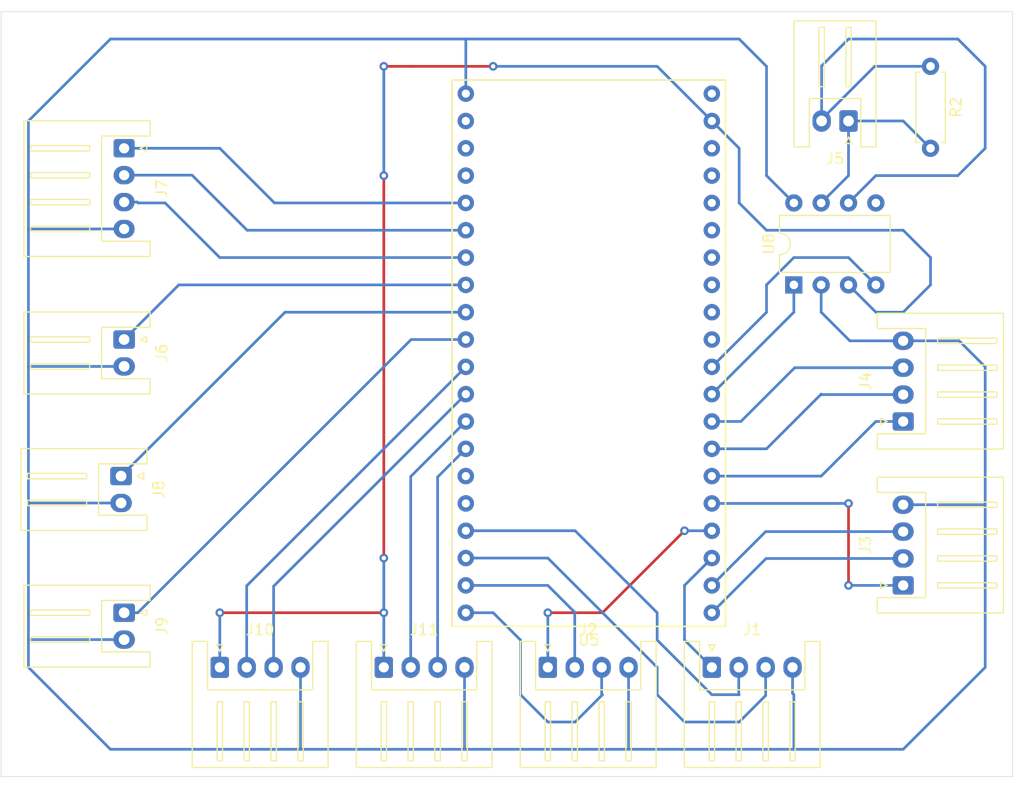
<source format=kicad_pcb>
(kicad_pcb (version 20171130) (host pcbnew "(5.1.2)-2")

  (general
    (thickness 1.6)
    (drawings 4)
    (tracks 185)
    (zones 0)
    (modules 14)
    (nets 44)
  )

  (page A4)
  (layers
    (0 F.Cu signal)
    (31 B.Cu signal)
    (32 B.Adhes user)
    (33 F.Adhes user)
    (34 B.Paste user)
    (35 F.Paste user)
    (36 B.SilkS user)
    (37 F.SilkS user)
    (38 B.Mask user)
    (39 F.Mask user)
    (40 Dwgs.User user)
    (41 Cmts.User user)
    (42 Eco1.User user)
    (43 Eco2.User user)
    (44 Edge.Cuts user)
    (45 Margin user)
    (46 B.CrtYd user)
    (47 F.CrtYd user)
    (48 B.Fab user)
    (49 F.Fab user)
  )

  (setup
    (last_trace_width 0.25)
    (trace_clearance 0.2)
    (zone_clearance 0.508)
    (zone_45_only no)
    (trace_min 0.2)
    (via_size 0.8)
    (via_drill 0.4)
    (via_min_size 0.4)
    (via_min_drill 0.3)
    (uvia_size 0.3)
    (uvia_drill 0.1)
    (uvias_allowed no)
    (uvia_min_size 0.2)
    (uvia_min_drill 0.1)
    (edge_width 0.05)
    (segment_width 0.2)
    (pcb_text_width 0.3)
    (pcb_text_size 1.5 1.5)
    (mod_edge_width 0.12)
    (mod_text_size 1 1)
    (mod_text_width 0.15)
    (pad_size 1.524 1.524)
    (pad_drill 0.762)
    (pad_to_mask_clearance 0.051)
    (solder_mask_min_width 0.25)
    (aux_axis_origin 0 0)
    (visible_elements 7FFFFFFF)
    (pcbplotparams
      (layerselection 0x010fc_ffffffff)
      (usegerberextensions false)
      (usegerberattributes false)
      (usegerberadvancedattributes false)
      (creategerberjobfile false)
      (excludeedgelayer true)
      (linewidth 0.100000)
      (plotframeref false)
      (viasonmask false)
      (mode 1)
      (useauxorigin false)
      (hpglpennumber 1)
      (hpglpenspeed 20)
      (hpglpendiameter 15.000000)
      (psnegative false)
      (psa4output false)
      (plotreference true)
      (plotvalue true)
      (plotinvisibletext false)
      (padsonsilk false)
      (subtractmaskfromsilk false)
      (outputformat 1)
      (mirror false)
      (drillshape 1)
      (scaleselection 1)
      (outputdirectory ""))
  )

  (net 0 "")
  (net 1 GND)
  (net 2 +5V)
  (net 3 CAN_H)
  (net 4 CAN_L)
  (net 5 IO_1A)
  (net 6 IO_1B)
  (net 7 PWM_1)
  (net 8 PWM_2)
  (net 9 IO_2B)
  (net 10 IO_2A)
  (net 11 "Net-(U5-Pad2)")
  (net 12 "Net-(U5-Pad3)")
  (net 13 "Net-(U5-Pad4)")
  (net 14 "Net-(U5-Pad15)")
  (net 15 "Net-(U5-Pad16)")
  (net 16 CAN_rd)
  (net 17 CAN_td)
  (net 18 "Net-(U5-Pad31)")
  (net 19 "Net-(U5-Pad32)")
  (net 20 "Net-(U5-Pad33)")
  (net 21 "Net-(U5-Pad34)")
  (net 22 "Net-(U5-Pad35)")
  (net 23 "Net-(U5-Pad36)")
  (net 24 "Net-(U5-Pad37)")
  (net 25 "Net-(U5-Pad38)")
  (net 26 "Net-(U5-Pad40)")
  (net 27 "Net-(U8-Pad5)")
  (net 28 sw1)
  (net 29 air_2)
  (net 30 air_1)
  (net 31 sw2)
  (net 32 sw3)
  (net 33 IO_3B)
  (net 34 IO_3A)
  (net 35 PWM_3)
  (net 36 IO_4B)
  (net 37 IO_4A)
  (net 38 PWM_4)
  (net 39 enc_1A)
  (net 40 enc_1B)
  (net 41 enc_2B)
  (net 42 enc_2A)
  (net 43 air_3)

  (net_class Default "これはデフォルトのネット クラスです。"
    (clearance 0.2)
    (trace_width 0.25)
    (via_dia 0.8)
    (via_drill 0.4)
    (uvia_dia 0.3)
    (uvia_drill 0.1)
    (add_net +5V)
    (add_net CAN_H)
    (add_net CAN_L)
    (add_net CAN_rd)
    (add_net CAN_td)
    (add_net GND)
    (add_net IO_1A)
    (add_net IO_1B)
    (add_net IO_2A)
    (add_net IO_2B)
    (add_net IO_3A)
    (add_net IO_3B)
    (add_net IO_4A)
    (add_net IO_4B)
    (add_net "Net-(U5-Pad15)")
    (add_net "Net-(U5-Pad16)")
    (add_net "Net-(U5-Pad2)")
    (add_net "Net-(U5-Pad3)")
    (add_net "Net-(U5-Pad31)")
    (add_net "Net-(U5-Pad32)")
    (add_net "Net-(U5-Pad33)")
    (add_net "Net-(U5-Pad34)")
    (add_net "Net-(U5-Pad35)")
    (add_net "Net-(U5-Pad36)")
    (add_net "Net-(U5-Pad37)")
    (add_net "Net-(U5-Pad38)")
    (add_net "Net-(U5-Pad4)")
    (add_net "Net-(U5-Pad40)")
    (add_net "Net-(U8-Pad5)")
    (add_net PWM_1)
    (add_net PWM_2)
    (add_net PWM_3)
    (add_net PWM_4)
    (add_net air_1)
    (add_net air_2)
    (add_net air_3)
    (add_net enc_1A)
    (add_net enc_1B)
    (add_net enc_2A)
    (add_net enc_2B)
    (add_net sw1)
    (add_net sw2)
    (add_net sw3)
  )

  (module Connector_JST:JST_XH_S4B-XH-A_1x04_P2.50mm_Horizontal (layer F.Cu) (tedit 5C281475) (tstamp 5D726E58)
    (at 149.86 124.46)
    (descr "JST XH series connector, S4B-XH-A (http://www.jst-mfg.com/product/pdf/eng/eXH.pdf), generated with kicad-footprint-generator")
    (tags "connector JST XH horizontal")
    (path /5D262B6F)
    (fp_text reference J2 (at 3.75 -3.5) (layer F.SilkS)
      (effects (font (size 1 1) (thickness 0.15)))
    )
    (fp_text value Conn_01x04_Male (at 3.75 10.4) (layer F.Fab)
      (effects (font (size 1 1) (thickness 0.15)))
    )
    (fp_line (start -2.95 -2.8) (end -2.95 9.7) (layer F.CrtYd) (width 0.05))
    (fp_line (start -2.95 9.7) (end 10.45 9.7) (layer F.CrtYd) (width 0.05))
    (fp_line (start 10.45 9.7) (end 10.45 -2.8) (layer F.CrtYd) (width 0.05))
    (fp_line (start 10.45 -2.8) (end -2.95 -2.8) (layer F.CrtYd) (width 0.05))
    (fp_line (start 3.75 9.31) (end -2.56 9.31) (layer F.SilkS) (width 0.12))
    (fp_line (start -2.56 9.31) (end -2.56 -2.41) (layer F.SilkS) (width 0.12))
    (fp_line (start -2.56 -2.41) (end -1.14 -2.41) (layer F.SilkS) (width 0.12))
    (fp_line (start -1.14 -2.41) (end -1.14 2.09) (layer F.SilkS) (width 0.12))
    (fp_line (start -1.14 2.09) (end 3.75 2.09) (layer F.SilkS) (width 0.12))
    (fp_line (start 3.75 9.31) (end 10.06 9.31) (layer F.SilkS) (width 0.12))
    (fp_line (start 10.06 9.31) (end 10.06 -2.41) (layer F.SilkS) (width 0.12))
    (fp_line (start 10.06 -2.41) (end 8.64 -2.41) (layer F.SilkS) (width 0.12))
    (fp_line (start 8.64 -2.41) (end 8.64 2.09) (layer F.SilkS) (width 0.12))
    (fp_line (start 8.64 2.09) (end 3.75 2.09) (layer F.SilkS) (width 0.12))
    (fp_line (start 3.75 9.2) (end -2.45 9.2) (layer F.Fab) (width 0.1))
    (fp_line (start -2.45 9.2) (end -2.45 -2.3) (layer F.Fab) (width 0.1))
    (fp_line (start -2.45 -2.3) (end -1.25 -2.3) (layer F.Fab) (width 0.1))
    (fp_line (start -1.25 -2.3) (end -1.25 2.2) (layer F.Fab) (width 0.1))
    (fp_line (start -1.25 2.2) (end 3.75 2.2) (layer F.Fab) (width 0.1))
    (fp_line (start 3.75 9.2) (end 9.95 9.2) (layer F.Fab) (width 0.1))
    (fp_line (start 9.95 9.2) (end 9.95 -2.3) (layer F.Fab) (width 0.1))
    (fp_line (start 9.95 -2.3) (end 8.75 -2.3) (layer F.Fab) (width 0.1))
    (fp_line (start 8.75 -2.3) (end 8.75 2.2) (layer F.Fab) (width 0.1))
    (fp_line (start 8.75 2.2) (end 3.75 2.2) (layer F.Fab) (width 0.1))
    (fp_line (start -0.25 3.2) (end -0.25 8.7) (layer F.SilkS) (width 0.12))
    (fp_line (start -0.25 8.7) (end 0.25 8.7) (layer F.SilkS) (width 0.12))
    (fp_line (start 0.25 8.7) (end 0.25 3.2) (layer F.SilkS) (width 0.12))
    (fp_line (start 0.25 3.2) (end -0.25 3.2) (layer F.SilkS) (width 0.12))
    (fp_line (start 2.25 3.2) (end 2.25 8.7) (layer F.SilkS) (width 0.12))
    (fp_line (start 2.25 8.7) (end 2.75 8.7) (layer F.SilkS) (width 0.12))
    (fp_line (start 2.75 8.7) (end 2.75 3.2) (layer F.SilkS) (width 0.12))
    (fp_line (start 2.75 3.2) (end 2.25 3.2) (layer F.SilkS) (width 0.12))
    (fp_line (start 4.75 3.2) (end 4.75 8.7) (layer F.SilkS) (width 0.12))
    (fp_line (start 4.75 8.7) (end 5.25 8.7) (layer F.SilkS) (width 0.12))
    (fp_line (start 5.25 8.7) (end 5.25 3.2) (layer F.SilkS) (width 0.12))
    (fp_line (start 5.25 3.2) (end 4.75 3.2) (layer F.SilkS) (width 0.12))
    (fp_line (start 7.25 3.2) (end 7.25 8.7) (layer F.SilkS) (width 0.12))
    (fp_line (start 7.25 8.7) (end 7.75 8.7) (layer F.SilkS) (width 0.12))
    (fp_line (start 7.75 8.7) (end 7.75 3.2) (layer F.SilkS) (width 0.12))
    (fp_line (start 7.75 3.2) (end 7.25 3.2) (layer F.SilkS) (width 0.12))
    (fp_line (start 0 -1.5) (end -0.3 -2.1) (layer F.SilkS) (width 0.12))
    (fp_line (start -0.3 -2.1) (end 0.3 -2.1) (layer F.SilkS) (width 0.12))
    (fp_line (start 0.3 -2.1) (end 0 -1.5) (layer F.SilkS) (width 0.12))
    (fp_line (start -0.625 2.2) (end 0 1.2) (layer F.Fab) (width 0.1))
    (fp_line (start 0 1.2) (end 0.625 2.2) (layer F.Fab) (width 0.1))
    (fp_text user %R (at 3.75 3.45) (layer F.Fab)
      (effects (font (size 1 1) (thickness 0.15)))
    )
    (pad 1 thru_hole roundrect (at 0 0) (size 1.7 1.95) (drill 0.95) (layers *.Cu *.Mask) (roundrect_rratio 0.147059)
      (net 8 PWM_2))
    (pad 2 thru_hole oval (at 2.5 0) (size 1.7 1.95) (drill 0.95) (layers *.Cu *.Mask)
      (net 10 IO_2A))
    (pad 3 thru_hole oval (at 5 0) (size 1.7 1.95) (drill 0.95) (layers *.Cu *.Mask)
      (net 9 IO_2B))
    (pad 4 thru_hole oval (at 7.5 0) (size 1.7 1.95) (drill 0.95) (layers *.Cu *.Mask)
      (net 1 GND))
    (model ${KISYS3DMOD}/Connector_JST.3dshapes/JST_XH_S4B-XH-A_1x04_P2.50mm_Horizontal.wrl
      (at (xyz 0 0 0))
      (scale (xyz 1 1 1))
      (rotate (xyz 0 0 0))
    )
  )

  (module Package_DIP:DIP-8_W7.62mm (layer F.Cu) (tedit 5A02E8C5) (tstamp 5D14D27E)
    (at 172.72 88.9 90)
    (descr "8-lead though-hole mounted DIP package, row spacing 7.62 mm (300 mils)")
    (tags "THT DIP DIL PDIP 2.54mm 7.62mm 300mil")
    (path /5D20895E)
    (fp_text reference U8 (at 3.81 -2.33 90) (layer F.SilkS)
      (effects (font (size 1 1) (thickness 0.15)))
    )
    (fp_text value MCP2561-E-P (at 5.08 10.16 270) (layer F.Fab)
      (effects (font (size 1 1) (thickness 0.15)))
    )
    (fp_text user %R (at 7.62 3.81 90) (layer F.Fab)
      (effects (font (size 1 1) (thickness 0.15)))
    )
    (fp_line (start 8.7 -1.55) (end -1.1 -1.55) (layer F.CrtYd) (width 0.05))
    (fp_line (start 8.7 9.15) (end 8.7 -1.55) (layer F.CrtYd) (width 0.05))
    (fp_line (start -1.1 9.15) (end 8.7 9.15) (layer F.CrtYd) (width 0.05))
    (fp_line (start -1.1 -1.55) (end -1.1 9.15) (layer F.CrtYd) (width 0.05))
    (fp_line (start 6.46 -1.33) (end 4.81 -1.33) (layer F.SilkS) (width 0.12))
    (fp_line (start 6.46 8.95) (end 6.46 -1.33) (layer F.SilkS) (width 0.12))
    (fp_line (start 1.16 8.95) (end 6.46 8.95) (layer F.SilkS) (width 0.12))
    (fp_line (start 1.16 -1.33) (end 1.16 8.95) (layer F.SilkS) (width 0.12))
    (fp_line (start 2.81 -1.33) (end 1.16 -1.33) (layer F.SilkS) (width 0.12))
    (fp_line (start 0.635 -0.27) (end 1.635 -1.27) (layer F.Fab) (width 0.1))
    (fp_line (start 0.635 8.89) (end 0.635 -0.27) (layer F.Fab) (width 0.1))
    (fp_line (start 6.985 8.89) (end 0.635 8.89) (layer F.Fab) (width 0.1))
    (fp_line (start 6.985 -1.27) (end 6.985 8.89) (layer F.Fab) (width 0.1))
    (fp_line (start 1.635 -1.27) (end 6.985 -1.27) (layer F.Fab) (width 0.1))
    (fp_arc (start 3.81 -1.33) (end 2.81 -1.33) (angle -180) (layer F.SilkS) (width 0.12))
    (pad 8 thru_hole oval (at 7.62 0 90) (size 1.6 1.6) (drill 0.8) (layers *.Cu *.Mask)
      (net 1 GND))
    (pad 4 thru_hole oval (at 0 7.62 90) (size 1.6 1.6) (drill 0.8) (layers *.Cu *.Mask)
      (net 16 CAN_rd))
    (pad 7 thru_hole oval (at 7.62 2.54 90) (size 1.6 1.6) (drill 0.8) (layers *.Cu *.Mask)
      (net 3 CAN_H))
    (pad 3 thru_hole oval (at 0 5.08 90) (size 1.6 1.6) (drill 0.8) (layers *.Cu *.Mask)
      (net 2 +5V))
    (pad 6 thru_hole oval (at 7.62 5.08 90) (size 1.6 1.6) (drill 0.8) (layers *.Cu *.Mask)
      (net 4 CAN_L))
    (pad 2 thru_hole oval (at 0 2.54 90) (size 1.6 1.6) (drill 0.8) (layers *.Cu *.Mask)
      (net 1 GND))
    (pad 5 thru_hole oval (at 7.62 7.62 90) (size 1.6 1.6) (drill 0.8) (layers *.Cu *.Mask)
      (net 27 "Net-(U8-Pad5)"))
    (pad 1 thru_hole rect (at 0 0 90) (size 1.6 1.6) (drill 0.8) (layers *.Cu *.Mask)
      (net 17 CAN_td))
    (model ${KISYS3DMOD}/Package_DIP.3dshapes/DIP-8_W7.62mm.wrl
      (at (xyz 0 0 0))
      (scale (xyz 1 1 1))
      (rotate (xyz 0 0 0))
    )
  )

  (module MyFootprint:LPC1768 (layer F.Cu) (tedit 5D2532FC) (tstamp 5D265AAF)
    (at 153.67 95.25)
    (path /5D16AC0C)
    (fp_text reference U5 (at 0 26.67) (layer F.SilkS)
      (effects (font (size 1 1) (thickness 0.15)))
    )
    (fp_text value LPC1768 (at 0 -26.67) (layer F.Fab)
      (effects (font (size 1 1) (thickness 0.15)))
    )
    (fp_line (start -12.7 -25.4) (end -12.7 25.4) (layer F.SilkS) (width 0.15))
    (fp_line (start -12.7 25.4) (end 12.7 25.4) (layer F.SilkS) (width 0.15))
    (fp_line (start 12.7 25.4) (end 12.7 -25.4) (layer F.SilkS) (width 0.15))
    (fp_line (start 12.7 -25.4) (end -12.7 -25.4) (layer F.SilkS) (width 0.15))
    (pad 1 thru_hole circle (at -11.43 -24.13) (size 1.524 1.524) (drill 0.762) (layers *.Cu *.Mask)
      (net 1 GND))
    (pad 2 thru_hole circle (at -11.43 -21.59) (size 1.524 1.524) (drill 0.762) (layers *.Cu *.Mask)
      (net 11 "Net-(U5-Pad2)"))
    (pad 3 thru_hole circle (at -11.43 -19.05) (size 1.524 1.524) (drill 0.762) (layers *.Cu *.Mask)
      (net 12 "Net-(U5-Pad3)"))
    (pad 4 thru_hole circle (at -11.43 -16.51) (size 1.524 1.524) (drill 0.762) (layers *.Cu *.Mask)
      (net 13 "Net-(U5-Pad4)"))
    (pad 5 thru_hole circle (at -11.43 -13.97) (size 1.524 1.524) (drill 0.762) (layers *.Cu *.Mask)
      (net 30 air_1))
    (pad 6 thru_hole circle (at -11.43 -11.43) (size 1.524 1.524) (drill 0.762) (layers *.Cu *.Mask)
      (net 29 air_2))
    (pad 7 thru_hole circle (at -11.43 -8.89) (size 1.524 1.524) (drill 0.762) (layers *.Cu *.Mask)
      (net 43 air_3))
    (pad 8 thru_hole circle (at -11.43 -6.35) (size 1.524 1.524) (drill 0.762) (layers *.Cu *.Mask)
      (net 28 sw1))
    (pad 9 thru_hole circle (at -11.43 -3.81) (size 1.524 1.524) (drill 0.762) (layers *.Cu *.Mask)
      (net 31 sw2))
    (pad 10 thru_hole circle (at -11.43 -1.27) (size 1.524 1.524) (drill 0.762) (layers *.Cu *.Mask)
      (net 32 sw3))
    (pad 11 thru_hole circle (at -11.43 1.27) (size 1.524 1.524) (drill 0.762) (layers *.Cu *.Mask)
      (net 39 enc_1A))
    (pad 12 thru_hole circle (at -11.43 3.81) (size 1.524 1.524) (drill 0.762) (layers *.Cu *.Mask)
      (net 40 enc_1B))
    (pad 13 thru_hole circle (at -11.43 6.35) (size 1.524 1.524) (drill 0.762) (layers *.Cu *.Mask)
      (net 42 enc_2A))
    (pad 14 thru_hole circle (at -11.43 8.89) (size 1.524 1.524) (drill 0.762) (layers *.Cu *.Mask)
      (net 41 enc_2B))
    (pad 15 thru_hole circle (at -11.43 11.43) (size 1.524 1.524) (drill 0.762) (layers *.Cu *.Mask)
      (net 14 "Net-(U5-Pad15)"))
    (pad 16 thru_hole circle (at -11.43 13.97) (size 1.524 1.524) (drill 0.762) (layers *.Cu *.Mask)
      (net 15 "Net-(U5-Pad16)"))
    (pad 17 thru_hole circle (at -11.43 16.51) (size 1.524 1.524) (drill 0.762) (layers *.Cu *.Mask)
      (net 5 IO_1A))
    (pad 18 thru_hole circle (at -11.43 19.05) (size 1.524 1.524) (drill 0.762) (layers *.Cu *.Mask)
      (net 6 IO_1B))
    (pad 19 thru_hole circle (at -11.43 21.59) (size 1.524 1.524) (drill 0.762) (layers *.Cu *.Mask)
      (net 10 IO_2A))
    (pad 20 thru_hole circle (at -11.43 24.13) (size 1.524 1.524) (drill 0.762) (layers *.Cu *.Mask)
      (net 9 IO_2B))
    (pad 21 thru_hole circle (at 11.43 24.13) (size 1.524 1.524) (drill 0.762) (layers *.Cu *.Mask)
      (net 34 IO_3A))
    (pad 22 thru_hole circle (at 11.43 21.59) (size 1.524 1.524) (drill 0.762) (layers *.Cu *.Mask)
      (net 33 IO_3B))
    (pad 23 thru_hole circle (at 11.43 19.05) (size 1.524 1.524) (drill 0.762) (layers *.Cu *.Mask)
      (net 7 PWM_1))
    (pad 24 thru_hole circle (at 11.43 16.51) (size 1.524 1.524) (drill 0.762) (layers *.Cu *.Mask)
      (net 8 PWM_2))
    (pad 25 thru_hole circle (at 11.43 13.97) (size 1.524 1.524) (drill 0.762) (layers *.Cu *.Mask)
      (net 35 PWM_3))
    (pad 26 thru_hole circle (at 11.43 11.43) (size 1.524 1.524) (drill 0.762) (layers *.Cu *.Mask)
      (net 38 PWM_4))
    (pad 27 thru_hole circle (at 11.43 8.89) (size 1.524 1.524) (drill 0.762) (layers *.Cu *.Mask)
      (net 37 IO_4A))
    (pad 28 thru_hole circle (at 11.43 6.35) (size 1.524 1.524) (drill 0.762) (layers *.Cu *.Mask)
      (net 36 IO_4B))
    (pad 29 thru_hole circle (at 11.43 3.81) (size 1.524 1.524) (drill 0.762) (layers *.Cu *.Mask)
      (net 17 CAN_td))
    (pad 30 thru_hole circle (at 11.43 1.27) (size 1.524 1.524) (drill 0.762) (layers *.Cu *.Mask)
      (net 16 CAN_rd))
    (pad 31 thru_hole circle (at 11.43 -1.27) (size 1.524 1.524) (drill 0.762) (layers *.Cu *.Mask)
      (net 18 "Net-(U5-Pad31)"))
    (pad 32 thru_hole circle (at 11.43 -3.81) (size 1.524 1.524) (drill 0.762) (layers *.Cu *.Mask)
      (net 19 "Net-(U5-Pad32)"))
    (pad 33 thru_hole circle (at 11.43 -6.35) (size 1.524 1.524) (drill 0.762) (layers *.Cu *.Mask)
      (net 20 "Net-(U5-Pad33)"))
    (pad 34 thru_hole circle (at 11.43 -8.89) (size 1.524 1.524) (drill 0.762) (layers *.Cu *.Mask)
      (net 21 "Net-(U5-Pad34)"))
    (pad 35 thru_hole circle (at 11.43 -11.43) (size 1.524 1.524) (drill 0.762) (layers *.Cu *.Mask)
      (net 22 "Net-(U5-Pad35)"))
    (pad 36 thru_hole circle (at 11.43 -13.97) (size 1.524 1.524) (drill 0.762) (layers *.Cu *.Mask)
      (net 23 "Net-(U5-Pad36)"))
    (pad 37 thru_hole circle (at 11.43 -16.51) (size 1.524 1.524) (drill 0.762) (layers *.Cu *.Mask)
      (net 24 "Net-(U5-Pad37)"))
    (pad 38 thru_hole circle (at 11.43 -19.05) (size 1.524 1.524) (drill 0.762) (layers *.Cu *.Mask)
      (net 25 "Net-(U5-Pad38)"))
    (pad 39 thru_hole circle (at 11.43 -21.59) (size 1.524 1.524) (drill 0.762) (layers *.Cu *.Mask)
      (net 2 +5V))
    (pad 40 thru_hole circle (at 11.43 -24.13) (size 1.524 1.524) (drill 0.762) (layers *.Cu *.Mask)
      (net 26 "Net-(U5-Pad40)"))
    (model ${KIPRJMOD}/lib/packges3d/lpc1768.wrl
      (offset (xyz 0 0 11))
      (scale (xyz 394 394 394))
      (rotate (xyz -90 0 180))
    )
  )

  (module Connector_JST:JST_XH_S2B-XH-A_1x02_P2.50mm_Horizontal (layer F.Cu) (tedit 5C281475) (tstamp 5D566B7D)
    (at 110.49 119.38 270)
    (descr "JST XH series connector, S2B-XH-A (http://www.jst-mfg.com/product/pdf/eng/eXH.pdf), generated with kicad-footprint-generator")
    (tags "connector JST XH horizontal")
    (path /5D5D0499)
    (fp_text reference J9 (at 1.25 -3.5 90) (layer F.SilkS)
      (effects (font (size 1 1) (thickness 0.15)))
    )
    (fp_text value Conn_01x02_Male (at 1.25 10.4 90) (layer F.Fab)
      (effects (font (size 1 1) (thickness 0.15)))
    )
    (fp_text user %R (at 2.54 3.45 90) (layer F.Fab)
      (effects (font (size 1 1) (thickness 0.15)))
    )
    (fp_line (start 0 1.2) (end 0.625 2.2) (layer F.Fab) (width 0.1))
    (fp_line (start -0.625 2.2) (end 0 1.2) (layer F.Fab) (width 0.1))
    (fp_line (start 0.3 -2.1) (end 0 -1.5) (layer F.SilkS) (width 0.12))
    (fp_line (start -0.3 -2.1) (end 0.3 -2.1) (layer F.SilkS) (width 0.12))
    (fp_line (start 0 -1.5) (end -0.3 -2.1) (layer F.SilkS) (width 0.12))
    (fp_line (start 2.75 3.2) (end 2.25 3.2) (layer F.SilkS) (width 0.12))
    (fp_line (start 2.75 8.7) (end 2.75 3.2) (layer F.SilkS) (width 0.12))
    (fp_line (start 2.25 8.7) (end 2.75 8.7) (layer F.SilkS) (width 0.12))
    (fp_line (start 2.25 3.2) (end 2.25 8.7) (layer F.SilkS) (width 0.12))
    (fp_line (start 0.25 3.2) (end -0.25 3.2) (layer F.SilkS) (width 0.12))
    (fp_line (start 0.25 8.7) (end 0.25 3.2) (layer F.SilkS) (width 0.12))
    (fp_line (start -0.25 8.7) (end 0.25 8.7) (layer F.SilkS) (width 0.12))
    (fp_line (start -0.25 3.2) (end -0.25 8.7) (layer F.SilkS) (width 0.12))
    (fp_line (start 3.75 2.2) (end 1.25 2.2) (layer F.Fab) (width 0.1))
    (fp_line (start 3.75 -2.3) (end 3.75 2.2) (layer F.Fab) (width 0.1))
    (fp_line (start 4.95 -2.3) (end 3.75 -2.3) (layer F.Fab) (width 0.1))
    (fp_line (start 4.95 9.2) (end 4.95 -2.3) (layer F.Fab) (width 0.1))
    (fp_line (start 1.25 9.2) (end 4.95 9.2) (layer F.Fab) (width 0.1))
    (fp_line (start -1.25 2.2) (end 1.25 2.2) (layer F.Fab) (width 0.1))
    (fp_line (start -1.25 -2.3) (end -1.25 2.2) (layer F.Fab) (width 0.1))
    (fp_line (start -2.45 -2.3) (end -1.25 -2.3) (layer F.Fab) (width 0.1))
    (fp_line (start -2.45 9.2) (end -2.45 -2.3) (layer F.Fab) (width 0.1))
    (fp_line (start 1.25 9.2) (end -2.45 9.2) (layer F.Fab) (width 0.1))
    (fp_line (start 3.64 2.09) (end 1.25 2.09) (layer F.SilkS) (width 0.12))
    (fp_line (start 3.64 -2.41) (end 3.64 2.09) (layer F.SilkS) (width 0.12))
    (fp_line (start 5.06 -2.41) (end 3.64 -2.41) (layer F.SilkS) (width 0.12))
    (fp_line (start 5.06 9.31) (end 5.06 -2.41) (layer F.SilkS) (width 0.12))
    (fp_line (start 1.25 9.31) (end 5.06 9.31) (layer F.SilkS) (width 0.12))
    (fp_line (start -1.14 2.09) (end 1.25 2.09) (layer F.SilkS) (width 0.12))
    (fp_line (start -1.14 -2.41) (end -1.14 2.09) (layer F.SilkS) (width 0.12))
    (fp_line (start -2.56 -2.41) (end -1.14 -2.41) (layer F.SilkS) (width 0.12))
    (fp_line (start -2.56 9.31) (end -2.56 -2.41) (layer F.SilkS) (width 0.12))
    (fp_line (start 1.25 9.31) (end -2.56 9.31) (layer F.SilkS) (width 0.12))
    (fp_line (start 5.45 -2.8) (end -2.95 -2.8) (layer F.CrtYd) (width 0.05))
    (fp_line (start 5.45 9.7) (end 5.45 -2.8) (layer F.CrtYd) (width 0.05))
    (fp_line (start -2.95 9.7) (end 5.45 9.7) (layer F.CrtYd) (width 0.05))
    (fp_line (start -2.95 -2.8) (end -2.95 9.7) (layer F.CrtYd) (width 0.05))
    (pad 2 thru_hole oval (at 2.5 0 270) (size 1.7 2) (drill 1) (layers *.Cu *.Mask)
      (net 1 GND))
    (pad 1 thru_hole roundrect (at 0 0 270) (size 1.7 2) (drill 1) (layers *.Cu *.Mask) (roundrect_rratio 0.147059)
      (net 32 sw3))
    (model ${KISYS3DMOD}/Connector_JST.3dshapes/JST_XH_S2B-XH-A_1x02_P2.50mm_Horizontal.wrl
      (at (xyz 0 0 0))
      (scale (xyz 1 1 1))
      (rotate (xyz 0 0 0))
    )
  )

  (module Connector_JST:JST_XH_S2B-XH-A_1x02_P2.50mm_Horizontal (layer F.Cu) (tedit 5C281475) (tstamp 5D566B51)
    (at 110.204999 106.68 270)
    (descr "JST XH series connector, S2B-XH-A (http://www.jst-mfg.com/product/pdf/eng/eXH.pdf), generated with kicad-footprint-generator")
    (tags "connector JST XH horizontal")
    (path /5D5D026C)
    (fp_text reference J8 (at 1.25 -3.5 90) (layer F.SilkS)
      (effects (font (size 1 1) (thickness 0.15)))
    )
    (fp_text value Conn_01x02_Male (at 1.25 10.4 90) (layer F.Fab)
      (effects (font (size 1 1) (thickness 0.15)))
    )
    (fp_text user %R (at 1.25 3.45 90) (layer F.Fab)
      (effects (font (size 1 1) (thickness 0.15)))
    )
    (fp_line (start 0 1.2) (end 0.625 2.2) (layer F.Fab) (width 0.1))
    (fp_line (start -0.625 2.2) (end 0 1.2) (layer F.Fab) (width 0.1))
    (fp_line (start 0.3 -2.1) (end 0 -1.5) (layer F.SilkS) (width 0.12))
    (fp_line (start -0.3 -2.1) (end 0.3 -2.1) (layer F.SilkS) (width 0.12))
    (fp_line (start 0 -1.5) (end -0.3 -2.1) (layer F.SilkS) (width 0.12))
    (fp_line (start 2.75 3.2) (end 2.25 3.2) (layer F.SilkS) (width 0.12))
    (fp_line (start 2.75 8.7) (end 2.75 3.2) (layer F.SilkS) (width 0.12))
    (fp_line (start 2.25 8.7) (end 2.75 8.7) (layer F.SilkS) (width 0.12))
    (fp_line (start 2.25 3.2) (end 2.25 8.7) (layer F.SilkS) (width 0.12))
    (fp_line (start 0.25 3.2) (end -0.25 3.2) (layer F.SilkS) (width 0.12))
    (fp_line (start 0.25 8.7) (end 0.25 3.2) (layer F.SilkS) (width 0.12))
    (fp_line (start -0.25 8.7) (end 0.25 8.7) (layer F.SilkS) (width 0.12))
    (fp_line (start -0.25 3.2) (end -0.25 8.7) (layer F.SilkS) (width 0.12))
    (fp_line (start 3.75 2.2) (end 1.25 2.2) (layer F.Fab) (width 0.1))
    (fp_line (start 3.75 -2.3) (end 3.75 2.2) (layer F.Fab) (width 0.1))
    (fp_line (start 4.95 -2.3) (end 3.75 -2.3) (layer F.Fab) (width 0.1))
    (fp_line (start 4.95 9.2) (end 4.95 -2.3) (layer F.Fab) (width 0.1))
    (fp_line (start 1.25 9.2) (end 4.95 9.2) (layer F.Fab) (width 0.1))
    (fp_line (start -1.25 2.2) (end 1.25 2.2) (layer F.Fab) (width 0.1))
    (fp_line (start -1.25 -2.3) (end -1.25 2.2) (layer F.Fab) (width 0.1))
    (fp_line (start -2.45 -2.3) (end -1.25 -2.3) (layer F.Fab) (width 0.1))
    (fp_line (start -2.45 9.2) (end -2.45 -2.3) (layer F.Fab) (width 0.1))
    (fp_line (start 1.25 9.2) (end -2.45 9.2) (layer F.Fab) (width 0.1))
    (fp_line (start 3.64 2.09) (end 1.25 2.09) (layer F.SilkS) (width 0.12))
    (fp_line (start 3.64 -2.41) (end 3.64 2.09) (layer F.SilkS) (width 0.12))
    (fp_line (start 5.06 -2.41) (end 3.64 -2.41) (layer F.SilkS) (width 0.12))
    (fp_line (start 5.06 9.31) (end 5.06 -2.41) (layer F.SilkS) (width 0.12))
    (fp_line (start 1.25 9.31) (end 5.06 9.31) (layer F.SilkS) (width 0.12))
    (fp_line (start -1.14 2.09) (end 1.25 2.09) (layer F.SilkS) (width 0.12))
    (fp_line (start -1.14 -2.41) (end -1.14 2.09) (layer F.SilkS) (width 0.12))
    (fp_line (start -2.56 -2.41) (end -1.14 -2.41) (layer F.SilkS) (width 0.12))
    (fp_line (start -2.56 9.31) (end -2.56 -2.41) (layer F.SilkS) (width 0.12))
    (fp_line (start 1.25 9.31) (end -2.56 9.31) (layer F.SilkS) (width 0.12))
    (fp_line (start 5.45 -2.8) (end -2.95 -2.8) (layer F.CrtYd) (width 0.05))
    (fp_line (start 5.45 9.7) (end 5.45 -2.8) (layer F.CrtYd) (width 0.05))
    (fp_line (start -2.95 9.7) (end 5.45 9.7) (layer F.CrtYd) (width 0.05))
    (fp_line (start -2.95 -2.8) (end -2.95 9.7) (layer F.CrtYd) (width 0.05))
    (pad 2 thru_hole oval (at 2.5 0 270) (size 1.7 2) (drill 1) (layers *.Cu *.Mask)
      (net 1 GND))
    (pad 1 thru_hole roundrect (at 0 0 270) (size 1.7 2) (drill 1) (layers *.Cu *.Mask) (roundrect_rratio 0.147059)
      (net 31 sw2))
    (model ${KISYS3DMOD}/Connector_JST.3dshapes/JST_XH_S2B-XH-A_1x02_P2.50mm_Horizontal.wrl
      (at (xyz 0 0 0))
      (scale (xyz 1 1 1))
      (rotate (xyz 0 0 0))
    )
  )

  (module Connector_JST:JST_XH_S4B-XH-A_1x04_P2.50mm_Horizontal (layer F.Cu) (tedit 5C281475) (tstamp 5D566B25)
    (at 110.49 76.2 270)
    (descr "JST XH series connector, S4B-XH-A (http://www.jst-mfg.com/product/pdf/eng/eXH.pdf), generated with kicad-footprint-generator")
    (tags "connector JST XH horizontal")
    (path /5D5611C1)
    (fp_text reference J7 (at 3.75 -3.5 90) (layer F.SilkS)
      (effects (font (size 1 1) (thickness 0.15)))
    )
    (fp_text value Conn_01x04_Male (at 3.75 10.4 90) (layer F.Fab)
      (effects (font (size 1 1) (thickness 0.15)))
    )
    (fp_text user %R (at 3.75 3.45 90) (layer F.Fab)
      (effects (font (size 1 1) (thickness 0.15)))
    )
    (fp_line (start 0 1.2) (end 0.625 2.2) (layer F.Fab) (width 0.1))
    (fp_line (start -0.625 2.2) (end 0 1.2) (layer F.Fab) (width 0.1))
    (fp_line (start 0.3 -2.1) (end 0 -1.5) (layer F.SilkS) (width 0.12))
    (fp_line (start -0.3 -2.1) (end 0.3 -2.1) (layer F.SilkS) (width 0.12))
    (fp_line (start 0 -1.5) (end -0.3 -2.1) (layer F.SilkS) (width 0.12))
    (fp_line (start 7.75 3.2) (end 7.25 3.2) (layer F.SilkS) (width 0.12))
    (fp_line (start 7.75 8.7) (end 7.75 3.2) (layer F.SilkS) (width 0.12))
    (fp_line (start 7.25 8.7) (end 7.75 8.7) (layer F.SilkS) (width 0.12))
    (fp_line (start 7.25 3.2) (end 7.25 8.7) (layer F.SilkS) (width 0.12))
    (fp_line (start 5.25 3.2) (end 4.75 3.2) (layer F.SilkS) (width 0.12))
    (fp_line (start 5.25 8.7) (end 5.25 3.2) (layer F.SilkS) (width 0.12))
    (fp_line (start 4.75 8.7) (end 5.25 8.7) (layer F.SilkS) (width 0.12))
    (fp_line (start 4.75 3.2) (end 4.75 8.7) (layer F.SilkS) (width 0.12))
    (fp_line (start 2.75 3.2) (end 2.25 3.2) (layer F.SilkS) (width 0.12))
    (fp_line (start 2.75 8.7) (end 2.75 3.2) (layer F.SilkS) (width 0.12))
    (fp_line (start 2.25 8.7) (end 2.75 8.7) (layer F.SilkS) (width 0.12))
    (fp_line (start 2.25 3.2) (end 2.25 8.7) (layer F.SilkS) (width 0.12))
    (fp_line (start 0.25 3.2) (end -0.25 3.2) (layer F.SilkS) (width 0.12))
    (fp_line (start 0.25 8.7) (end 0.25 3.2) (layer F.SilkS) (width 0.12))
    (fp_line (start -0.25 8.7) (end 0.25 8.7) (layer F.SilkS) (width 0.12))
    (fp_line (start -0.25 3.2) (end -0.25 8.7) (layer F.SilkS) (width 0.12))
    (fp_line (start 8.75 2.2) (end 3.75 2.2) (layer F.Fab) (width 0.1))
    (fp_line (start 8.75 -2.3) (end 8.75 2.2) (layer F.Fab) (width 0.1))
    (fp_line (start 9.95 -2.3) (end 8.75 -2.3) (layer F.Fab) (width 0.1))
    (fp_line (start 9.95 9.2) (end 9.95 -2.3) (layer F.Fab) (width 0.1))
    (fp_line (start 3.75 9.2) (end 9.95 9.2) (layer F.Fab) (width 0.1))
    (fp_line (start -1.25 2.2) (end 3.75 2.2) (layer F.Fab) (width 0.1))
    (fp_line (start -1.25 -2.3) (end -1.25 2.2) (layer F.Fab) (width 0.1))
    (fp_line (start -2.45 -2.3) (end -1.25 -2.3) (layer F.Fab) (width 0.1))
    (fp_line (start -2.45 9.2) (end -2.45 -2.3) (layer F.Fab) (width 0.1))
    (fp_line (start 3.75 9.2) (end -2.45 9.2) (layer F.Fab) (width 0.1))
    (fp_line (start 8.64 2.09) (end 3.75 2.09) (layer F.SilkS) (width 0.12))
    (fp_line (start 8.64 -2.41) (end 8.64 2.09) (layer F.SilkS) (width 0.12))
    (fp_line (start 10.06 -2.41) (end 8.64 -2.41) (layer F.SilkS) (width 0.12))
    (fp_line (start 10.06 9.31) (end 10.06 -2.41) (layer F.SilkS) (width 0.12))
    (fp_line (start 3.75 9.31) (end 10.06 9.31) (layer F.SilkS) (width 0.12))
    (fp_line (start -1.14 2.09) (end 3.75 2.09) (layer F.SilkS) (width 0.12))
    (fp_line (start -1.14 -2.41) (end -1.14 2.09) (layer F.SilkS) (width 0.12))
    (fp_line (start -2.56 -2.41) (end -1.14 -2.41) (layer F.SilkS) (width 0.12))
    (fp_line (start -2.56 9.31) (end -2.56 -2.41) (layer F.SilkS) (width 0.12))
    (fp_line (start 3.75 9.31) (end -2.56 9.31) (layer F.SilkS) (width 0.12))
    (fp_line (start 10.45 -2.8) (end -2.95 -2.8) (layer F.CrtYd) (width 0.05))
    (fp_line (start 10.45 9.7) (end 10.45 -2.8) (layer F.CrtYd) (width 0.05))
    (fp_line (start -2.95 9.7) (end 10.45 9.7) (layer F.CrtYd) (width 0.05))
    (fp_line (start -2.95 -2.8) (end -2.95 9.7) (layer F.CrtYd) (width 0.05))
    (pad 4 thru_hole oval (at 7.5 0 270) (size 1.7 1.95) (drill 0.95) (layers *.Cu *.Mask)
      (net 1 GND))
    (pad 3 thru_hole oval (at 5 0 270) (size 1.7 1.95) (drill 0.95) (layers *.Cu *.Mask)
      (net 43 air_3))
    (pad 2 thru_hole oval (at 2.5 0 270) (size 1.7 1.95) (drill 0.95) (layers *.Cu *.Mask)
      (net 29 air_2))
    (pad 1 thru_hole roundrect (at 0 0 270) (size 1.7 1.95) (drill 0.95) (layers *.Cu *.Mask) (roundrect_rratio 0.147059)
      (net 30 air_1))
    (model ${KISYS3DMOD}/Connector_JST.3dshapes/JST_XH_S4B-XH-A_1x04_P2.50mm_Horizontal.wrl
      (at (xyz 0 0 0))
      (scale (xyz 1 1 1))
      (rotate (xyz 0 0 0))
    )
  )

  (module Connector_JST:JST_XH_S2B-XH-A_1x02_P2.50mm_Horizontal (layer F.Cu) (tedit 5C281475) (tstamp 5D566AEF)
    (at 110.49 93.98 270)
    (descr "JST XH series connector, S2B-XH-A (http://www.jst-mfg.com/product/pdf/eng/eXH.pdf), generated with kicad-footprint-generator")
    (tags "connector JST XH horizontal")
    (path /5D5CF74F)
    (fp_text reference J6 (at 1.25 -3.5 90) (layer F.SilkS)
      (effects (font (size 1 1) (thickness 0.15)))
    )
    (fp_text value Conn_01x02_Male (at 1.25 10.4 90) (layer F.Fab)
      (effects (font (size 1 1) (thickness 0.15)))
    )
    (fp_text user %R (at 1.25 3.45 90) (layer F.Fab)
      (effects (font (size 1 1) (thickness 0.15)))
    )
    (fp_line (start 0 1.2) (end 0.625 2.2) (layer F.Fab) (width 0.1))
    (fp_line (start -0.625 2.2) (end 0 1.2) (layer F.Fab) (width 0.1))
    (fp_line (start 0.3 -2.1) (end 0 -1.5) (layer F.SilkS) (width 0.12))
    (fp_line (start -0.3 -2.1) (end 0.3 -2.1) (layer F.SilkS) (width 0.12))
    (fp_line (start 0 -1.5) (end -0.3 -2.1) (layer F.SilkS) (width 0.12))
    (fp_line (start 2.75 3.2) (end 2.25 3.2) (layer F.SilkS) (width 0.12))
    (fp_line (start 2.75 8.7) (end 2.75 3.2) (layer F.SilkS) (width 0.12))
    (fp_line (start 2.25 8.7) (end 2.75 8.7) (layer F.SilkS) (width 0.12))
    (fp_line (start 2.25 3.2) (end 2.25 8.7) (layer F.SilkS) (width 0.12))
    (fp_line (start 0.25 3.2) (end -0.25 3.2) (layer F.SilkS) (width 0.12))
    (fp_line (start 0.25 8.7) (end 0.25 3.2) (layer F.SilkS) (width 0.12))
    (fp_line (start -0.25 8.7) (end 0.25 8.7) (layer F.SilkS) (width 0.12))
    (fp_line (start -0.25 3.2) (end -0.25 8.7) (layer F.SilkS) (width 0.12))
    (fp_line (start 3.75 2.2) (end 1.25 2.2) (layer F.Fab) (width 0.1))
    (fp_line (start 3.75 -2.3) (end 3.75 2.2) (layer F.Fab) (width 0.1))
    (fp_line (start 4.95 -2.3) (end 3.75 -2.3) (layer F.Fab) (width 0.1))
    (fp_line (start 4.95 9.2) (end 4.95 -2.3) (layer F.Fab) (width 0.1))
    (fp_line (start 1.25 9.2) (end 4.95 9.2) (layer F.Fab) (width 0.1))
    (fp_line (start -1.25 2.2) (end 1.25 2.2) (layer F.Fab) (width 0.1))
    (fp_line (start -1.25 -2.3) (end -1.25 2.2) (layer F.Fab) (width 0.1))
    (fp_line (start -2.45 -2.3) (end -1.25 -2.3) (layer F.Fab) (width 0.1))
    (fp_line (start -2.45 9.2) (end -2.45 -2.3) (layer F.Fab) (width 0.1))
    (fp_line (start 1.25 9.2) (end -2.45 9.2) (layer F.Fab) (width 0.1))
    (fp_line (start 3.64 2.09) (end 1.25 2.09) (layer F.SilkS) (width 0.12))
    (fp_line (start 3.64 -2.41) (end 3.64 2.09) (layer F.SilkS) (width 0.12))
    (fp_line (start 5.06 -2.41) (end 3.64 -2.41) (layer F.SilkS) (width 0.12))
    (fp_line (start 5.06 9.31) (end 5.06 -2.41) (layer F.SilkS) (width 0.12))
    (fp_line (start 1.25 9.31) (end 5.06 9.31) (layer F.SilkS) (width 0.12))
    (fp_line (start -1.14 2.09) (end 1.25 2.09) (layer F.SilkS) (width 0.12))
    (fp_line (start -1.14 -2.41) (end -1.14 2.09) (layer F.SilkS) (width 0.12))
    (fp_line (start -2.56 -2.41) (end -1.14 -2.41) (layer F.SilkS) (width 0.12))
    (fp_line (start -2.56 9.31) (end -2.56 -2.41) (layer F.SilkS) (width 0.12))
    (fp_line (start 1.25 9.31) (end -2.56 9.31) (layer F.SilkS) (width 0.12))
    (fp_line (start 5.45 -2.8) (end -2.95 -2.8) (layer F.CrtYd) (width 0.05))
    (fp_line (start 5.45 9.7) (end 5.45 -2.8) (layer F.CrtYd) (width 0.05))
    (fp_line (start -2.95 9.7) (end 5.45 9.7) (layer F.CrtYd) (width 0.05))
    (fp_line (start -2.95 -2.8) (end -2.95 9.7) (layer F.CrtYd) (width 0.05))
    (pad 2 thru_hole oval (at 2.5 0 270) (size 1.7 2) (drill 1) (layers *.Cu *.Mask)
      (net 1 GND))
    (pad 1 thru_hole roundrect (at 0 0 270) (size 1.7 2) (drill 1) (layers *.Cu *.Mask) (roundrect_rratio 0.147059)
      (net 28 sw1))
    (model ${KISYS3DMOD}/Connector_JST.3dshapes/JST_XH_S2B-XH-A_1x02_P2.50mm_Horizontal.wrl
      (at (xyz 0 0 0))
      (scale (xyz 1 1 1))
      (rotate (xyz 0 0 0))
    )
  )

  (module Connector_JST:JST_XH_S2B-XH-A_1x02_P2.50mm_Horizontal (layer F.Cu) (tedit 5C281475) (tstamp 5D265A7F)
    (at 177.8 73.66 180)
    (descr "JST XH series connector, S2B-XH-A (http://www.jst-mfg.com/product/pdf/eng/eXH.pdf), generated with kicad-footprint-generator")
    (tags "connector JST XH horizontal")
    (path /5D2671AB)
    (fp_text reference J5 (at 1.25 -3.5) (layer F.SilkS)
      (effects (font (size 1 1) (thickness 0.15)))
    )
    (fp_text value Conn_01x02_Male (at 1.25 10.4) (layer F.Fab)
      (effects (font (size 1 1) (thickness 0.15)))
    )
    (fp_text user %R (at 1.25 3.45) (layer F.Fab)
      (effects (font (size 1 1) (thickness 0.15)))
    )
    (fp_line (start 0 1.2) (end 0.625 2.2) (layer F.Fab) (width 0.1))
    (fp_line (start -0.625 2.2) (end 0 1.2) (layer F.Fab) (width 0.1))
    (fp_line (start 0.3 -2.1) (end 0 -1.5) (layer F.SilkS) (width 0.12))
    (fp_line (start -0.3 -2.1) (end 0.3 -2.1) (layer F.SilkS) (width 0.12))
    (fp_line (start 0 -1.5) (end -0.3 -2.1) (layer F.SilkS) (width 0.12))
    (fp_line (start 2.75 3.2) (end 2.25 3.2) (layer F.SilkS) (width 0.12))
    (fp_line (start 2.75 8.7) (end 2.75 3.2) (layer F.SilkS) (width 0.12))
    (fp_line (start 2.25 8.7) (end 2.75 8.7) (layer F.SilkS) (width 0.12))
    (fp_line (start 2.25 3.2) (end 2.25 8.7) (layer F.SilkS) (width 0.12))
    (fp_line (start 0.25 3.2) (end -0.25 3.2) (layer F.SilkS) (width 0.12))
    (fp_line (start 0.25 8.7) (end 0.25 3.2) (layer F.SilkS) (width 0.12))
    (fp_line (start -0.25 8.7) (end 0.25 8.7) (layer F.SilkS) (width 0.12))
    (fp_line (start -0.25 3.2) (end -0.25 8.7) (layer F.SilkS) (width 0.12))
    (fp_line (start 3.75 2.2) (end 1.25 2.2) (layer F.Fab) (width 0.1))
    (fp_line (start 3.75 -2.3) (end 3.75 2.2) (layer F.Fab) (width 0.1))
    (fp_line (start 4.95 -2.3) (end 3.75 -2.3) (layer F.Fab) (width 0.1))
    (fp_line (start 4.95 9.2) (end 4.95 -2.3) (layer F.Fab) (width 0.1))
    (fp_line (start 1.25 9.2) (end 4.95 9.2) (layer F.Fab) (width 0.1))
    (fp_line (start -1.25 2.2) (end 1.25 2.2) (layer F.Fab) (width 0.1))
    (fp_line (start -1.25 -2.3) (end -1.25 2.2) (layer F.Fab) (width 0.1))
    (fp_line (start -2.45 -2.3) (end -1.25 -2.3) (layer F.Fab) (width 0.1))
    (fp_line (start -2.45 9.2) (end -2.45 -2.3) (layer F.Fab) (width 0.1))
    (fp_line (start 1.25 9.2) (end -2.45 9.2) (layer F.Fab) (width 0.1))
    (fp_line (start 3.64 2.09) (end 1.25 2.09) (layer F.SilkS) (width 0.12))
    (fp_line (start 3.64 -2.41) (end 3.64 2.09) (layer F.SilkS) (width 0.12))
    (fp_line (start 5.06 -2.41) (end 3.64 -2.41) (layer F.SilkS) (width 0.12))
    (fp_line (start 5.06 9.31) (end 5.06 -2.41) (layer F.SilkS) (width 0.12))
    (fp_line (start 1.25 9.31) (end 5.06 9.31) (layer F.SilkS) (width 0.12))
    (fp_line (start -1.14 2.09) (end 1.25 2.09) (layer F.SilkS) (width 0.12))
    (fp_line (start -1.14 -2.41) (end -1.14 2.09) (layer F.SilkS) (width 0.12))
    (fp_line (start -2.56 -2.41) (end -1.14 -2.41) (layer F.SilkS) (width 0.12))
    (fp_line (start -2.56 9.31) (end -2.56 -2.41) (layer F.SilkS) (width 0.12))
    (fp_line (start 1.25 9.31) (end -2.56 9.31) (layer F.SilkS) (width 0.12))
    (fp_line (start 5.45 -2.8) (end -2.95 -2.8) (layer F.CrtYd) (width 0.05))
    (fp_line (start 5.45 9.7) (end 5.45 -2.8) (layer F.CrtYd) (width 0.05))
    (fp_line (start -2.95 9.7) (end 5.45 9.7) (layer F.CrtYd) (width 0.05))
    (fp_line (start -2.95 -2.8) (end -2.95 9.7) (layer F.CrtYd) (width 0.05))
    (pad 2 thru_hole oval (at 2.5 0 180) (size 1.7 2) (drill 1) (layers *.Cu *.Mask)
      (net 4 CAN_L))
    (pad 1 thru_hole roundrect (at 0 0 180) (size 1.7 2) (drill 1) (layers *.Cu *.Mask) (roundrect_rratio 0.147059)
      (net 3 CAN_H))
    (model ${KISYS3DMOD}/Connector_JST.3dshapes/JST_XH_S2B-XH-A_1x02_P2.50mm_Horizontal.wrl
      (at (xyz 0 0 0))
      (scale (xyz 1 1 1))
      (rotate (xyz 0 0 0))
    )
  )

  (module Resistor_THT:R_Axial_DIN0207_L6.3mm_D2.5mm_P7.62mm_Horizontal (layer F.Cu) (tedit 5AE5139B) (tstamp 5D1B0AF2)
    (at 185.42 68.58 270)
    (descr "Resistor, Axial_DIN0207 series, Axial, Horizontal, pin pitch=7.62mm, 0.25W = 1/4W, length*diameter=6.3*2.5mm^2, http://cdn-reichelt.de/documents/datenblatt/B400/1_4W%23YAG.pdf")
    (tags "Resistor Axial_DIN0207 series Axial Horizontal pin pitch 7.62mm 0.25W = 1/4W length 6.3mm diameter 2.5mm")
    (path /5D26553D)
    (fp_text reference R2 (at 3.81 -2.37 90) (layer F.SilkS)
      (effects (font (size 1 1) (thickness 0.15)))
    )
    (fp_text value R (at 3.81 2.37 90) (layer F.Fab)
      (effects (font (size 1 1) (thickness 0.15)))
    )
    (fp_text user %R (at 3.81 0 90) (layer F.Fab)
      (effects (font (size 1 1) (thickness 0.15)))
    )
    (fp_line (start 8.67 -1.5) (end -1.05 -1.5) (layer F.CrtYd) (width 0.05))
    (fp_line (start 8.67 1.5) (end 8.67 -1.5) (layer F.CrtYd) (width 0.05))
    (fp_line (start -1.05 1.5) (end 8.67 1.5) (layer F.CrtYd) (width 0.05))
    (fp_line (start -1.05 -1.5) (end -1.05 1.5) (layer F.CrtYd) (width 0.05))
    (fp_line (start 7.08 1.37) (end 7.08 1.04) (layer F.SilkS) (width 0.12))
    (fp_line (start 0.54 1.37) (end 7.08 1.37) (layer F.SilkS) (width 0.12))
    (fp_line (start 0.54 1.04) (end 0.54 1.37) (layer F.SilkS) (width 0.12))
    (fp_line (start 7.08 -1.37) (end 7.08 -1.04) (layer F.SilkS) (width 0.12))
    (fp_line (start 0.54 -1.37) (end 7.08 -1.37) (layer F.SilkS) (width 0.12))
    (fp_line (start 0.54 -1.04) (end 0.54 -1.37) (layer F.SilkS) (width 0.12))
    (fp_line (start 7.62 0) (end 6.96 0) (layer F.Fab) (width 0.1))
    (fp_line (start 0 0) (end 0.66 0) (layer F.Fab) (width 0.1))
    (fp_line (start 6.96 -1.25) (end 0.66 -1.25) (layer F.Fab) (width 0.1))
    (fp_line (start 6.96 1.25) (end 6.96 -1.25) (layer F.Fab) (width 0.1))
    (fp_line (start 0.66 1.25) (end 6.96 1.25) (layer F.Fab) (width 0.1))
    (fp_line (start 0.66 -1.25) (end 0.66 1.25) (layer F.Fab) (width 0.1))
    (pad 2 thru_hole oval (at 7.62 0 270) (size 1.6 1.6) (drill 0.8) (layers *.Cu *.Mask)
      (net 3 CAN_H))
    (pad 1 thru_hole circle (at 0 0 270) (size 1.6 1.6) (drill 0.8) (layers *.Cu *.Mask)
      (net 4 CAN_L))
    (model ${KISYS3DMOD}/Resistor_THT.3dshapes/R_Axial_DIN0207_L6.3mm_D2.5mm_P7.62mm_Horizontal.wrl
      (at (xyz 0 0 0))
      (scale (xyz 1 1 1))
      (rotate (xyz 0 0 0))
    )
  )

  (module Connector_JST:JST_XH_S4B-XH-A_1x04_P2.50mm_Horizontal (layer F.Cu) (tedit 5C281475) (tstamp 5D726DB9)
    (at 165.1 124.46)
    (descr "JST XH series connector, S4B-XH-A (http://www.jst-mfg.com/product/pdf/eng/eXH.pdf), generated with kicad-footprint-generator")
    (tags "connector JST XH horizontal")
    (path /5D260A05)
    (fp_text reference J1 (at 3.75 -3.5) (layer F.SilkS)
      (effects (font (size 1 1) (thickness 0.15)))
    )
    (fp_text value Conn_01x04_Male (at 3.75 10.4) (layer F.Fab)
      (effects (font (size 1 1) (thickness 0.15)))
    )
    (fp_text user %R (at 3.75 3.45) (layer F.Fab)
      (effects (font (size 1 1) (thickness 0.15)))
    )
    (fp_line (start 0 1.2) (end 0.625 2.2) (layer F.Fab) (width 0.1))
    (fp_line (start -0.625 2.2) (end 0 1.2) (layer F.Fab) (width 0.1))
    (fp_line (start 0.3 -2.1) (end 0 -1.5) (layer F.SilkS) (width 0.12))
    (fp_line (start -0.3 -2.1) (end 0.3 -2.1) (layer F.SilkS) (width 0.12))
    (fp_line (start 0 -1.5) (end -0.3 -2.1) (layer F.SilkS) (width 0.12))
    (fp_line (start 7.75 3.2) (end 7.25 3.2) (layer F.SilkS) (width 0.12))
    (fp_line (start 7.75 8.7) (end 7.75 3.2) (layer F.SilkS) (width 0.12))
    (fp_line (start 7.25 8.7) (end 7.75 8.7) (layer F.SilkS) (width 0.12))
    (fp_line (start 7.25 3.2) (end 7.25 8.7) (layer F.SilkS) (width 0.12))
    (fp_line (start 5.25 3.2) (end 4.75 3.2) (layer F.SilkS) (width 0.12))
    (fp_line (start 5.25 8.7) (end 5.25 3.2) (layer F.SilkS) (width 0.12))
    (fp_line (start 4.75 8.7) (end 5.25 8.7) (layer F.SilkS) (width 0.12))
    (fp_line (start 4.75 3.2) (end 4.75 8.7) (layer F.SilkS) (width 0.12))
    (fp_line (start 2.75 3.2) (end 2.25 3.2) (layer F.SilkS) (width 0.12))
    (fp_line (start 2.75 8.7) (end 2.75 3.2) (layer F.SilkS) (width 0.12))
    (fp_line (start 2.25 8.7) (end 2.75 8.7) (layer F.SilkS) (width 0.12))
    (fp_line (start 2.25 3.2) (end 2.25 8.7) (layer F.SilkS) (width 0.12))
    (fp_line (start 0.25 3.2) (end -0.25 3.2) (layer F.SilkS) (width 0.12))
    (fp_line (start 0.25 8.7) (end 0.25 3.2) (layer F.SilkS) (width 0.12))
    (fp_line (start -0.25 8.7) (end 0.25 8.7) (layer F.SilkS) (width 0.12))
    (fp_line (start -0.25 3.2) (end -0.25 8.7) (layer F.SilkS) (width 0.12))
    (fp_line (start 8.75 2.2) (end 3.75 2.2) (layer F.Fab) (width 0.1))
    (fp_line (start 8.75 -2.3) (end 8.75 2.2) (layer F.Fab) (width 0.1))
    (fp_line (start 9.95 -2.3) (end 8.75 -2.3) (layer F.Fab) (width 0.1))
    (fp_line (start 9.95 9.2) (end 9.95 -2.3) (layer F.Fab) (width 0.1))
    (fp_line (start 3.75 9.2) (end 9.95 9.2) (layer F.Fab) (width 0.1))
    (fp_line (start -1.25 2.2) (end 3.75 2.2) (layer F.Fab) (width 0.1))
    (fp_line (start -1.25 -2.3) (end -1.25 2.2) (layer F.Fab) (width 0.1))
    (fp_line (start -2.45 -2.3) (end -1.25 -2.3) (layer F.Fab) (width 0.1))
    (fp_line (start -2.45 9.2) (end -2.45 -2.3) (layer F.Fab) (width 0.1))
    (fp_line (start 3.75 9.2) (end -2.45 9.2) (layer F.Fab) (width 0.1))
    (fp_line (start 8.64 2.09) (end 3.75 2.09) (layer F.SilkS) (width 0.12))
    (fp_line (start 8.64 -2.41) (end 8.64 2.09) (layer F.SilkS) (width 0.12))
    (fp_line (start 10.06 -2.41) (end 8.64 -2.41) (layer F.SilkS) (width 0.12))
    (fp_line (start 10.06 9.31) (end 10.06 -2.41) (layer F.SilkS) (width 0.12))
    (fp_line (start 3.75 9.31) (end 10.06 9.31) (layer F.SilkS) (width 0.12))
    (fp_line (start -1.14 2.09) (end 3.75 2.09) (layer F.SilkS) (width 0.12))
    (fp_line (start -1.14 -2.41) (end -1.14 2.09) (layer F.SilkS) (width 0.12))
    (fp_line (start -2.56 -2.41) (end -1.14 -2.41) (layer F.SilkS) (width 0.12))
    (fp_line (start -2.56 9.31) (end -2.56 -2.41) (layer F.SilkS) (width 0.12))
    (fp_line (start 3.75 9.31) (end -2.56 9.31) (layer F.SilkS) (width 0.12))
    (fp_line (start 10.45 -2.8) (end -2.95 -2.8) (layer F.CrtYd) (width 0.05))
    (fp_line (start 10.45 9.7) (end 10.45 -2.8) (layer F.CrtYd) (width 0.05))
    (fp_line (start -2.95 9.7) (end 10.45 9.7) (layer F.CrtYd) (width 0.05))
    (fp_line (start -2.95 -2.8) (end -2.95 9.7) (layer F.CrtYd) (width 0.05))
    (pad 4 thru_hole oval (at 7.5 0) (size 1.7 1.95) (drill 0.95) (layers *.Cu *.Mask)
      (net 1 GND))
    (pad 3 thru_hole oval (at 5 0) (size 1.7 1.95) (drill 0.95) (layers *.Cu *.Mask)
      (net 6 IO_1B))
    (pad 2 thru_hole oval (at 2.5 0) (size 1.7 1.95) (drill 0.95) (layers *.Cu *.Mask)
      (net 5 IO_1A))
    (pad 1 thru_hole roundrect (at 0 0) (size 1.7 1.95) (drill 0.95) (layers *.Cu *.Mask) (roundrect_rratio 0.147059)
      (net 7 PWM_1))
    (model ${KISYS3DMOD}/Connector_JST.3dshapes/JST_XH_S4B-XH-A_1x04_P2.50mm_Horizontal.wrl
      (at (xyz 0 0 0))
      (scale (xyz 1 1 1))
      (rotate (xyz 0 0 0))
    )
  )

  (module Connector_JST:JST_XH_S4B-XH-A_1x04_P2.50mm_Horizontal (layer F.Cu) (tedit 5C281475) (tstamp 5D26537A)
    (at 182.88 116.84 90)
    (descr "JST XH series connector, S4B-XH-A (http://www.jst-mfg.com/product/pdf/eng/eXH.pdf), generated with kicad-footprint-generator")
    (tags "connector JST XH horizontal")
    (path /5D2636F6)
    (fp_text reference J3 (at 3.75 -3.5 90) (layer F.SilkS)
      (effects (font (size 1 1) (thickness 0.15)))
    )
    (fp_text value Conn_01x04_Male (at 3.75 10.4 90) (layer F.Fab)
      (effects (font (size 1 1) (thickness 0.15)))
    )
    (fp_text user %R (at 3.75 3.45 90) (layer F.Fab)
      (effects (font (size 1 1) (thickness 0.15)))
    )
    (fp_line (start 0 1.2) (end 0.625 2.2) (layer F.Fab) (width 0.1))
    (fp_line (start -0.625 2.2) (end 0 1.2) (layer F.Fab) (width 0.1))
    (fp_line (start 0.3 -2.1) (end 0 -1.5) (layer F.SilkS) (width 0.12))
    (fp_line (start -0.3 -2.1) (end 0.3 -2.1) (layer F.SilkS) (width 0.12))
    (fp_line (start 0 -1.5) (end -0.3 -2.1) (layer F.SilkS) (width 0.12))
    (fp_line (start 7.75 3.2) (end 7.25 3.2) (layer F.SilkS) (width 0.12))
    (fp_line (start 7.75 8.7) (end 7.75 3.2) (layer F.SilkS) (width 0.12))
    (fp_line (start 7.25 8.7) (end 7.75 8.7) (layer F.SilkS) (width 0.12))
    (fp_line (start 7.25 3.2) (end 7.25 8.7) (layer F.SilkS) (width 0.12))
    (fp_line (start 5.25 3.2) (end 4.75 3.2) (layer F.SilkS) (width 0.12))
    (fp_line (start 5.25 8.7) (end 5.25 3.2) (layer F.SilkS) (width 0.12))
    (fp_line (start 4.75 8.7) (end 5.25 8.7) (layer F.SilkS) (width 0.12))
    (fp_line (start 4.75 3.2) (end 4.75 8.7) (layer F.SilkS) (width 0.12))
    (fp_line (start 2.75 3.2) (end 2.25 3.2) (layer F.SilkS) (width 0.12))
    (fp_line (start 2.75 8.7) (end 2.75 3.2) (layer F.SilkS) (width 0.12))
    (fp_line (start 2.25 8.7) (end 2.75 8.7) (layer F.SilkS) (width 0.12))
    (fp_line (start 2.25 3.2) (end 2.25 8.7) (layer F.SilkS) (width 0.12))
    (fp_line (start 0.25 3.2) (end -0.25 3.2) (layer F.SilkS) (width 0.12))
    (fp_line (start 0.25 8.7) (end 0.25 3.2) (layer F.SilkS) (width 0.12))
    (fp_line (start -0.25 8.7) (end 0.25 8.7) (layer F.SilkS) (width 0.12))
    (fp_line (start -0.25 3.2) (end -0.25 8.7) (layer F.SilkS) (width 0.12))
    (fp_line (start 8.75 2.2) (end 3.75 2.2) (layer F.Fab) (width 0.1))
    (fp_line (start 8.75 -2.3) (end 8.75 2.2) (layer F.Fab) (width 0.1))
    (fp_line (start 9.95 -2.3) (end 8.75 -2.3) (layer F.Fab) (width 0.1))
    (fp_line (start 9.95 9.2) (end 9.95 -2.3) (layer F.Fab) (width 0.1))
    (fp_line (start 3.75 9.2) (end 9.95 9.2) (layer F.Fab) (width 0.1))
    (fp_line (start -1.25 2.2) (end 3.75 2.2) (layer F.Fab) (width 0.1))
    (fp_line (start -1.25 -2.3) (end -1.25 2.2) (layer F.Fab) (width 0.1))
    (fp_line (start -2.45 -2.3) (end -1.25 -2.3) (layer F.Fab) (width 0.1))
    (fp_line (start -2.45 9.2) (end -2.45 -2.3) (layer F.Fab) (width 0.1))
    (fp_line (start 3.75 9.2) (end -2.45 9.2) (layer F.Fab) (width 0.1))
    (fp_line (start 8.64 2.09) (end 3.75 2.09) (layer F.SilkS) (width 0.12))
    (fp_line (start 8.64 -2.41) (end 8.64 2.09) (layer F.SilkS) (width 0.12))
    (fp_line (start 10.06 -2.41) (end 8.64 -2.41) (layer F.SilkS) (width 0.12))
    (fp_line (start 10.06 9.31) (end 10.06 -2.41) (layer F.SilkS) (width 0.12))
    (fp_line (start 3.75 9.31) (end 10.06 9.31) (layer F.SilkS) (width 0.12))
    (fp_line (start -1.14 2.09) (end 3.75 2.09) (layer F.SilkS) (width 0.12))
    (fp_line (start -1.14 -2.41) (end -1.14 2.09) (layer F.SilkS) (width 0.12))
    (fp_line (start -2.56 -2.41) (end -1.14 -2.41) (layer F.SilkS) (width 0.12))
    (fp_line (start -2.56 9.31) (end -2.56 -2.41) (layer F.SilkS) (width 0.12))
    (fp_line (start 3.75 9.31) (end -2.56 9.31) (layer F.SilkS) (width 0.12))
    (fp_line (start 10.45 -2.8) (end -2.95 -2.8) (layer F.CrtYd) (width 0.05))
    (fp_line (start 10.45 9.7) (end 10.45 -2.8) (layer F.CrtYd) (width 0.05))
    (fp_line (start -2.95 9.7) (end 10.45 9.7) (layer F.CrtYd) (width 0.05))
    (fp_line (start -2.95 -2.8) (end -2.95 9.7) (layer F.CrtYd) (width 0.05))
    (pad 4 thru_hole oval (at 7.5 0 90) (size 1.7 1.95) (drill 0.95) (layers *.Cu *.Mask)
      (net 1 GND))
    (pad 3 thru_hole oval (at 5 0 90) (size 1.7 1.95) (drill 0.95) (layers *.Cu *.Mask)
      (net 33 IO_3B))
    (pad 2 thru_hole oval (at 2.5 0 90) (size 1.7 1.95) (drill 0.95) (layers *.Cu *.Mask)
      (net 34 IO_3A))
    (pad 1 thru_hole roundrect (at 0 0 90) (size 1.7 1.95) (drill 0.95) (layers *.Cu *.Mask) (roundrect_rratio 0.147059)
      (net 35 PWM_3))
    (model ${KISYS3DMOD}/Connector_JST.3dshapes/JST_XH_S4B-XH-A_1x04_P2.50mm_Horizontal.wrl
      (at (xyz 0 0 0))
      (scale (xyz 1 1 1))
      (rotate (xyz 0 0 0))
    )
  )

  (module Connector_JST:JST_XH_S4B-XH-A_1x04_P2.50mm_Horizontal (layer F.Cu) (tedit 5C281475) (tstamp 5D2653B0)
    (at 182.88 101.6 90)
    (descr "JST XH series connector, S4B-XH-A (http://www.jst-mfg.com/product/pdf/eng/eXH.pdf), generated with kicad-footprint-generator")
    (tags "connector JST XH horizontal")
    (path /5D2641D5)
    (fp_text reference J4 (at 3.75 -3.5 90) (layer F.SilkS)
      (effects (font (size 1 1) (thickness 0.15)))
    )
    (fp_text value Conn_01x04_Male (at 3.75 10.4 90) (layer F.Fab)
      (effects (font (size 1 1) (thickness 0.15)))
    )
    (fp_line (start -2.95 -2.8) (end -2.95 9.7) (layer F.CrtYd) (width 0.05))
    (fp_line (start -2.95 9.7) (end 10.45 9.7) (layer F.CrtYd) (width 0.05))
    (fp_line (start 10.45 9.7) (end 10.45 -2.8) (layer F.CrtYd) (width 0.05))
    (fp_line (start 10.45 -2.8) (end -2.95 -2.8) (layer F.CrtYd) (width 0.05))
    (fp_line (start 3.75 9.31) (end -2.56 9.31) (layer F.SilkS) (width 0.12))
    (fp_line (start -2.56 9.31) (end -2.56 -2.41) (layer F.SilkS) (width 0.12))
    (fp_line (start -2.56 -2.41) (end -1.14 -2.41) (layer F.SilkS) (width 0.12))
    (fp_line (start -1.14 -2.41) (end -1.14 2.09) (layer F.SilkS) (width 0.12))
    (fp_line (start -1.14 2.09) (end 3.75 2.09) (layer F.SilkS) (width 0.12))
    (fp_line (start 3.75 9.31) (end 10.06 9.31) (layer F.SilkS) (width 0.12))
    (fp_line (start 10.06 9.31) (end 10.06 -2.41) (layer F.SilkS) (width 0.12))
    (fp_line (start 10.06 -2.41) (end 8.64 -2.41) (layer F.SilkS) (width 0.12))
    (fp_line (start 8.64 -2.41) (end 8.64 2.09) (layer F.SilkS) (width 0.12))
    (fp_line (start 8.64 2.09) (end 3.75 2.09) (layer F.SilkS) (width 0.12))
    (fp_line (start 3.75 9.2) (end -2.45 9.2) (layer F.Fab) (width 0.1))
    (fp_line (start -2.45 9.2) (end -2.45 -2.3) (layer F.Fab) (width 0.1))
    (fp_line (start -2.45 -2.3) (end -1.25 -2.3) (layer F.Fab) (width 0.1))
    (fp_line (start -1.25 -2.3) (end -1.25 2.2) (layer F.Fab) (width 0.1))
    (fp_line (start -1.25 2.2) (end 3.75 2.2) (layer F.Fab) (width 0.1))
    (fp_line (start 3.75 9.2) (end 9.95 9.2) (layer F.Fab) (width 0.1))
    (fp_line (start 9.95 9.2) (end 9.95 -2.3) (layer F.Fab) (width 0.1))
    (fp_line (start 9.95 -2.3) (end 8.75 -2.3) (layer F.Fab) (width 0.1))
    (fp_line (start 8.75 -2.3) (end 8.75 2.2) (layer F.Fab) (width 0.1))
    (fp_line (start 8.75 2.2) (end 3.75 2.2) (layer F.Fab) (width 0.1))
    (fp_line (start -0.25 3.2) (end -0.25 8.7) (layer F.SilkS) (width 0.12))
    (fp_line (start -0.25 8.7) (end 0.25 8.7) (layer F.SilkS) (width 0.12))
    (fp_line (start 0.25 8.7) (end 0.25 3.2) (layer F.SilkS) (width 0.12))
    (fp_line (start 0.25 3.2) (end -0.25 3.2) (layer F.SilkS) (width 0.12))
    (fp_line (start 2.25 3.2) (end 2.25 8.7) (layer F.SilkS) (width 0.12))
    (fp_line (start 2.25 8.7) (end 2.75 8.7) (layer F.SilkS) (width 0.12))
    (fp_line (start 2.75 8.7) (end 2.75 3.2) (layer F.SilkS) (width 0.12))
    (fp_line (start 2.75 3.2) (end 2.25 3.2) (layer F.SilkS) (width 0.12))
    (fp_line (start 4.75 3.2) (end 4.75 8.7) (layer F.SilkS) (width 0.12))
    (fp_line (start 4.75 8.7) (end 5.25 8.7) (layer F.SilkS) (width 0.12))
    (fp_line (start 5.25 8.7) (end 5.25 3.2) (layer F.SilkS) (width 0.12))
    (fp_line (start 5.25 3.2) (end 4.75 3.2) (layer F.SilkS) (width 0.12))
    (fp_line (start 7.25 3.2) (end 7.25 8.7) (layer F.SilkS) (width 0.12))
    (fp_line (start 7.25 8.7) (end 7.75 8.7) (layer F.SilkS) (width 0.12))
    (fp_line (start 7.75 8.7) (end 7.75 3.2) (layer F.SilkS) (width 0.12))
    (fp_line (start 7.75 3.2) (end 7.25 3.2) (layer F.SilkS) (width 0.12))
    (fp_line (start 0 -1.5) (end -0.3 -2.1) (layer F.SilkS) (width 0.12))
    (fp_line (start -0.3 -2.1) (end 0.3 -2.1) (layer F.SilkS) (width 0.12))
    (fp_line (start 0.3 -2.1) (end 0 -1.5) (layer F.SilkS) (width 0.12))
    (fp_line (start -0.625 2.2) (end 0 1.2) (layer F.Fab) (width 0.1))
    (fp_line (start 0 1.2) (end 0.625 2.2) (layer F.Fab) (width 0.1))
    (fp_text user %R (at 3.75 3.45 90) (layer F.Fab)
      (effects (font (size 1 1) (thickness 0.15)))
    )
    (pad 1 thru_hole roundrect (at 0 0 90) (size 1.7 1.95) (drill 0.95) (layers *.Cu *.Mask) (roundrect_rratio 0.147059)
      (net 38 PWM_4))
    (pad 2 thru_hole oval (at 2.5 0 90) (size 1.7 1.95) (drill 0.95) (layers *.Cu *.Mask)
      (net 37 IO_4A))
    (pad 3 thru_hole oval (at 5 0 90) (size 1.7 1.95) (drill 0.95) (layers *.Cu *.Mask)
      (net 36 IO_4B))
    (pad 4 thru_hole oval (at 7.5 0 90) (size 1.7 1.95) (drill 0.95) (layers *.Cu *.Mask)
      (net 1 GND))
    (model ${KISYS3DMOD}/Connector_JST.3dshapes/JST_XH_S4B-XH-A_1x04_P2.50mm_Horizontal.wrl
      (at (xyz 0 0 0))
      (scale (xyz 1 1 1))
      (rotate (xyz 0 0 0))
    )
  )

  (module Connector_JST:JST_XH_S4B-XH-A_1x04_P2.50mm_Horizontal (layer F.Cu) (tedit 5C281475) (tstamp 5D720EE5)
    (at 119.38 124.46)
    (descr "JST XH series connector, S4B-XH-A (http://www.jst-mfg.com/product/pdf/eng/eXH.pdf), generated with kicad-footprint-generator")
    (tags "connector JST XH horizontal")
    (path /5D7427AA)
    (fp_text reference J10 (at 3.75 -3.5) (layer F.SilkS)
      (effects (font (size 1 1) (thickness 0.15)))
    )
    (fp_text value Conn_01x04_Male (at 3.75 10.4) (layer F.Fab)
      (effects (font (size 1 1) (thickness 0.15)))
    )
    (fp_line (start -2.95 -2.8) (end -2.95 9.7) (layer F.CrtYd) (width 0.05))
    (fp_line (start -2.95 9.7) (end 10.45 9.7) (layer F.CrtYd) (width 0.05))
    (fp_line (start 10.45 9.7) (end 10.45 -2.8) (layer F.CrtYd) (width 0.05))
    (fp_line (start 10.45 -2.8) (end -2.95 -2.8) (layer F.CrtYd) (width 0.05))
    (fp_line (start 3.75 9.31) (end -2.56 9.31) (layer F.SilkS) (width 0.12))
    (fp_line (start -2.56 9.31) (end -2.56 -2.41) (layer F.SilkS) (width 0.12))
    (fp_line (start -2.56 -2.41) (end -1.14 -2.41) (layer F.SilkS) (width 0.12))
    (fp_line (start -1.14 -2.41) (end -1.14 2.09) (layer F.SilkS) (width 0.12))
    (fp_line (start -1.14 2.09) (end 3.75 2.09) (layer F.SilkS) (width 0.12))
    (fp_line (start 3.75 9.31) (end 10.06 9.31) (layer F.SilkS) (width 0.12))
    (fp_line (start 10.06 9.31) (end 10.06 -2.41) (layer F.SilkS) (width 0.12))
    (fp_line (start 10.06 -2.41) (end 8.64 -2.41) (layer F.SilkS) (width 0.12))
    (fp_line (start 8.64 -2.41) (end 8.64 2.09) (layer F.SilkS) (width 0.12))
    (fp_line (start 8.64 2.09) (end 3.75 2.09) (layer F.SilkS) (width 0.12))
    (fp_line (start 3.75 9.2) (end -2.45 9.2) (layer F.Fab) (width 0.1))
    (fp_line (start -2.45 9.2) (end -2.45 -2.3) (layer F.Fab) (width 0.1))
    (fp_line (start -2.45 -2.3) (end -1.25 -2.3) (layer F.Fab) (width 0.1))
    (fp_line (start -1.25 -2.3) (end -1.25 2.2) (layer F.Fab) (width 0.1))
    (fp_line (start -1.25 2.2) (end 3.75 2.2) (layer F.Fab) (width 0.1))
    (fp_line (start 3.75 9.2) (end 9.95 9.2) (layer F.Fab) (width 0.1))
    (fp_line (start 9.95 9.2) (end 9.95 -2.3) (layer F.Fab) (width 0.1))
    (fp_line (start 9.95 -2.3) (end 8.75 -2.3) (layer F.Fab) (width 0.1))
    (fp_line (start 8.75 -2.3) (end 8.75 2.2) (layer F.Fab) (width 0.1))
    (fp_line (start 8.75 2.2) (end 3.75 2.2) (layer F.Fab) (width 0.1))
    (fp_line (start -0.25 3.2) (end -0.25 8.7) (layer F.SilkS) (width 0.12))
    (fp_line (start -0.25 8.7) (end 0.25 8.7) (layer F.SilkS) (width 0.12))
    (fp_line (start 0.25 8.7) (end 0.25 3.2) (layer F.SilkS) (width 0.12))
    (fp_line (start 0.25 3.2) (end -0.25 3.2) (layer F.SilkS) (width 0.12))
    (fp_line (start 2.25 3.2) (end 2.25 8.7) (layer F.SilkS) (width 0.12))
    (fp_line (start 2.25 8.7) (end 2.75 8.7) (layer F.SilkS) (width 0.12))
    (fp_line (start 2.75 8.7) (end 2.75 3.2) (layer F.SilkS) (width 0.12))
    (fp_line (start 2.75 3.2) (end 2.25 3.2) (layer F.SilkS) (width 0.12))
    (fp_line (start 4.75 3.2) (end 4.75 8.7) (layer F.SilkS) (width 0.12))
    (fp_line (start 4.75 8.7) (end 5.25 8.7) (layer F.SilkS) (width 0.12))
    (fp_line (start 5.25 8.7) (end 5.25 3.2) (layer F.SilkS) (width 0.12))
    (fp_line (start 5.25 3.2) (end 4.75 3.2) (layer F.SilkS) (width 0.12))
    (fp_line (start 7.25 3.2) (end 7.25 8.7) (layer F.SilkS) (width 0.12))
    (fp_line (start 7.25 8.7) (end 7.75 8.7) (layer F.SilkS) (width 0.12))
    (fp_line (start 7.75 8.7) (end 7.75 3.2) (layer F.SilkS) (width 0.12))
    (fp_line (start 7.75 3.2) (end 7.25 3.2) (layer F.SilkS) (width 0.12))
    (fp_line (start 0 -1.5) (end -0.3 -2.1) (layer F.SilkS) (width 0.12))
    (fp_line (start -0.3 -2.1) (end 0.3 -2.1) (layer F.SilkS) (width 0.12))
    (fp_line (start 0.3 -2.1) (end 0 -1.5) (layer F.SilkS) (width 0.12))
    (fp_line (start -0.625 2.2) (end 0 1.2) (layer F.Fab) (width 0.1))
    (fp_line (start 0 1.2) (end 0.625 2.2) (layer F.Fab) (width 0.1))
    (fp_text user %R (at 3.75 3.45) (layer F.Fab)
      (effects (font (size 1 1) (thickness 0.15)))
    )
    (pad 1 thru_hole roundrect (at 0 0) (size 1.7 1.95) (drill 0.95) (layers *.Cu *.Mask) (roundrect_rratio 0.147059)
      (net 2 +5V))
    (pad 2 thru_hole oval (at 2.5 0) (size 1.7 1.95) (drill 0.95) (layers *.Cu *.Mask)
      (net 39 enc_1A))
    (pad 3 thru_hole oval (at 5 0) (size 1.7 1.95) (drill 0.95) (layers *.Cu *.Mask)
      (net 40 enc_1B))
    (pad 4 thru_hole oval (at 7.5 0) (size 1.7 1.95) (drill 0.95) (layers *.Cu *.Mask)
      (net 1 GND))
    (model ${KISYS3DMOD}/Connector_JST.3dshapes/JST_XH_S4B-XH-A_1x04_P2.50mm_Horizontal.wrl
      (at (xyz 0 0 0))
      (scale (xyz 1 1 1))
      (rotate (xyz 0 0 0))
    )
  )

  (module Connector_JST:JST_XH_S4B-XH-A_1x04_P2.50mm_Horizontal (layer F.Cu) (tedit 5C281475) (tstamp 5D720F1B)
    (at 134.62 124.46)
    (descr "JST XH series connector, S4B-XH-A (http://www.jst-mfg.com/product/pdf/eng/eXH.pdf), generated with kicad-footprint-generator")
    (tags "connector JST XH horizontal")
    (path /5D74586F)
    (fp_text reference J11 (at 3.75 -3.5) (layer F.SilkS)
      (effects (font (size 1 1) (thickness 0.15)))
    )
    (fp_text value Conn_01x04_Male (at 3.75 10.4) (layer F.Fab)
      (effects (font (size 1 1) (thickness 0.15)))
    )
    (fp_text user %R (at 9.244999 3.524999) (layer F.Fab)
      (effects (font (size 1 1) (thickness 0.15)))
    )
    (fp_line (start 0 1.2) (end 0.625 2.2) (layer F.Fab) (width 0.1))
    (fp_line (start -0.625 2.2) (end 0 1.2) (layer F.Fab) (width 0.1))
    (fp_line (start 0.3 -2.1) (end 0 -1.5) (layer F.SilkS) (width 0.12))
    (fp_line (start -0.3 -2.1) (end 0.3 -2.1) (layer F.SilkS) (width 0.12))
    (fp_line (start 0 -1.5) (end -0.3 -2.1) (layer F.SilkS) (width 0.12))
    (fp_line (start 7.75 3.2) (end 7.25 3.2) (layer F.SilkS) (width 0.12))
    (fp_line (start 7.75 8.7) (end 7.75 3.2) (layer F.SilkS) (width 0.12))
    (fp_line (start 7.25 8.7) (end 7.75 8.7) (layer F.SilkS) (width 0.12))
    (fp_line (start 7.25 3.2) (end 7.25 8.7) (layer F.SilkS) (width 0.12))
    (fp_line (start 5.25 3.2) (end 4.75 3.2) (layer F.SilkS) (width 0.12))
    (fp_line (start 5.25 8.7) (end 5.25 3.2) (layer F.SilkS) (width 0.12))
    (fp_line (start 4.75 8.7) (end 5.25 8.7) (layer F.SilkS) (width 0.12))
    (fp_line (start 4.75 3.2) (end 4.75 8.7) (layer F.SilkS) (width 0.12))
    (fp_line (start 2.75 3.2) (end 2.25 3.2) (layer F.SilkS) (width 0.12))
    (fp_line (start 2.75 8.7) (end 2.75 3.2) (layer F.SilkS) (width 0.12))
    (fp_line (start 2.25 8.7) (end 2.75 8.7) (layer F.SilkS) (width 0.12))
    (fp_line (start 2.25 3.2) (end 2.25 8.7) (layer F.SilkS) (width 0.12))
    (fp_line (start 0.25 3.2) (end -0.25 3.2) (layer F.SilkS) (width 0.12))
    (fp_line (start 0.25 8.7) (end 0.25 3.2) (layer F.SilkS) (width 0.12))
    (fp_line (start -0.25 8.7) (end 0.25 8.7) (layer F.SilkS) (width 0.12))
    (fp_line (start -0.25 3.2) (end -0.25 8.7) (layer F.SilkS) (width 0.12))
    (fp_line (start 8.75 2.2) (end 3.75 2.2) (layer F.Fab) (width 0.1))
    (fp_line (start 8.75 -2.3) (end 8.75 2.2) (layer F.Fab) (width 0.1))
    (fp_line (start 9.95 -2.3) (end 8.75 -2.3) (layer F.Fab) (width 0.1))
    (fp_line (start 9.95 9.2) (end 9.95 -2.3) (layer F.Fab) (width 0.1))
    (fp_line (start 3.75 9.2) (end 9.95 9.2) (layer F.Fab) (width 0.1))
    (fp_line (start -1.25 2.2) (end 3.75 2.2) (layer F.Fab) (width 0.1))
    (fp_line (start -1.25 -2.3) (end -1.25 2.2) (layer F.Fab) (width 0.1))
    (fp_line (start -2.45 -2.3) (end -1.25 -2.3) (layer F.Fab) (width 0.1))
    (fp_line (start -2.45 9.2) (end -2.45 -2.3) (layer F.Fab) (width 0.1))
    (fp_line (start 3.75 9.2) (end -2.45 9.2) (layer F.Fab) (width 0.1))
    (fp_line (start 8.64 2.09) (end 3.75 2.09) (layer F.SilkS) (width 0.12))
    (fp_line (start 8.64 -2.41) (end 8.64 2.09) (layer F.SilkS) (width 0.12))
    (fp_line (start 10.06 -2.41) (end 8.64 -2.41) (layer F.SilkS) (width 0.12))
    (fp_line (start 10.06 9.31) (end 10.06 -2.41) (layer F.SilkS) (width 0.12))
    (fp_line (start 3.75 9.31) (end 10.06 9.31) (layer F.SilkS) (width 0.12))
    (fp_line (start -1.14 2.09) (end 3.75 2.09) (layer F.SilkS) (width 0.12))
    (fp_line (start -1.14 -2.41) (end -1.14 2.09) (layer F.SilkS) (width 0.12))
    (fp_line (start -2.56 -2.41) (end -1.14 -2.41) (layer F.SilkS) (width 0.12))
    (fp_line (start -2.56 9.31) (end -2.56 -2.41) (layer F.SilkS) (width 0.12))
    (fp_line (start 3.75 9.31) (end -2.56 9.31) (layer F.SilkS) (width 0.12))
    (fp_line (start 10.45 -2.8) (end -2.95 -2.8) (layer F.CrtYd) (width 0.05))
    (fp_line (start 10.45 9.7) (end 10.45 -2.8) (layer F.CrtYd) (width 0.05))
    (fp_line (start -2.95 9.7) (end 10.45 9.7) (layer F.CrtYd) (width 0.05))
    (fp_line (start -2.95 -2.8) (end -2.95 9.7) (layer F.CrtYd) (width 0.05))
    (pad 4 thru_hole oval (at 7.5 0) (size 1.7 1.95) (drill 0.95) (layers *.Cu *.Mask)
      (net 1 GND))
    (pad 3 thru_hole oval (at 5 0) (size 1.7 1.95) (drill 0.95) (layers *.Cu *.Mask)
      (net 41 enc_2B))
    (pad 2 thru_hole oval (at 2.5 0) (size 1.7 1.95) (drill 0.95) (layers *.Cu *.Mask)
      (net 42 enc_2A))
    (pad 1 thru_hole roundrect (at 0 0) (size 1.7 1.95) (drill 0.95) (layers *.Cu *.Mask) (roundrect_rratio 0.147059)
      (net 2 +5V))
    (model ${KISYS3DMOD}/Connector_JST.3dshapes/JST_XH_S4B-XH-A_1x04_P2.50mm_Horizontal.wrl
      (at (xyz 0 0 0))
      (scale (xyz 1 1 1))
      (rotate (xyz 0 0 0))
    )
  )

  (gr_line (start 99.06 63.5) (end 193.04 63.5) (layer Edge.Cuts) (width 0.05) (tstamp 5D568B4F))
  (gr_line (start 99.06 134.62) (end 99.06 63.5) (layer Edge.Cuts) (width 0.05))
  (gr_line (start 193.04 134.62) (end 99.06 134.62) (layer Edge.Cuts) (width 0.05))
  (gr_line (start 193.04 63.5) (end 193.04 134.62) (layer Edge.Cuts) (width 0.05))

  (segment (start 172.6 124.46) (end 172.6 126.88) (width 0.25) (layer B.Cu) (net 1))
  (segment (start 172.6 126.88) (end 172.72 127) (width 0.25) (layer B.Cu) (net 1))
  (segment (start 172.72 127) (end 172.72 132.08) (width 0.25) (layer B.Cu) (net 1))
  (segment (start 109.22 132.08) (end 101.6 124.46) (width 0.25) (layer B.Cu) (net 1))
  (segment (start 101.6 73.66) (end 109.22 66.04) (width 0.25) (layer B.Cu) (net 1))
  (segment (start 109.22 66.04) (end 137.16 66.04) (width 0.25) (layer B.Cu) (net 1))
  (segment (start 172.72 132.08) (end 182.88 132.08) (width 0.25) (layer B.Cu) (net 1))
  (segment (start 182.88 132.08) (end 190.5 124.46) (width 0.25) (layer B.Cu) (net 1))
  (segment (start 157.36 124.46) (end 157.36 131.96) (width 0.25) (layer B.Cu) (net 1))
  (segment (start 142.12 131.96) (end 142.24 132.08) (width 0.25) (layer B.Cu) (net 1))
  (segment (start 142.12 124.46) (end 142.12 131.96) (width 0.25) (layer B.Cu) (net 1))
  (segment (start 172.72 132.08) (end 142.24 132.08) (width 0.25) (layer B.Cu) (net 1))
  (segment (start 126.88 124.46) (end 126.88 131.96) (width 0.25) (layer B.Cu) (net 1))
  (segment (start 126.88 131.96) (end 127 132.08) (width 0.25) (layer B.Cu) (net 1))
  (segment (start 142.24 132.08) (end 127 132.08) (width 0.25) (layer B.Cu) (net 1))
  (segment (start 127 132.08) (end 109.22 132.08) (width 0.25) (layer B.Cu) (net 1))
  (segment (start 101.64 121.88) (end 110.49 121.88) (width 0.25) (layer B.Cu) (net 1))
  (segment (start 101.6 121.92) (end 101.64 121.88) (width 0.25) (layer B.Cu) (net 1))
  (segment (start 101.6 124.46) (end 101.6 121.92) (width 0.25) (layer B.Cu) (net 1))
  (segment (start 101.64 109.18) (end 110.204999 109.18) (width 0.25) (layer B.Cu) (net 1))
  (segment (start 101.6 109.22) (end 101.64 109.18) (width 0.25) (layer B.Cu) (net 1))
  (segment (start 101.6 121.92) (end 101.6 109.22) (width 0.25) (layer B.Cu) (net 1))
  (segment (start 101.64 96.48) (end 110.49 96.48) (width 0.25) (layer B.Cu) (net 1))
  (segment (start 101.6 96.52) (end 101.64 96.48) (width 0.25) (layer B.Cu) (net 1))
  (segment (start 101.6 109.22) (end 101.6 96.52) (width 0.25) (layer B.Cu) (net 1))
  (segment (start 101.72 83.7) (end 110.49 83.7) (width 0.25) (layer B.Cu) (net 1))
  (segment (start 101.6 83.82) (end 101.72 83.7) (width 0.25) (layer B.Cu) (net 1))
  (segment (start 101.6 83.82) (end 101.6 73.66) (width 0.25) (layer B.Cu) (net 1))
  (segment (start 101.6 96.52) (end 101.6 83.82) (width 0.25) (layer B.Cu) (net 1))
  (segment (start 182.88 109.34) (end 190.38 109.34) (width 0.25) (layer B.Cu) (net 1))
  (segment (start 188.08 94.1) (end 182.88 94.1) (width 0.25) (layer B.Cu) (net 1))
  (segment (start 190.5 96.52) (end 188.08 94.1) (width 0.25) (layer B.Cu) (net 1))
  (segment (start 190.5 124.46) (end 190.5 96.52) (width 0.25) (layer B.Cu) (net 1))
  (segment (start 175.26 88.9) (end 175.26 91.44) (width 0.25) (layer B.Cu) (net 1))
  (segment (start 177.92 94.1) (end 182.88 94.1) (width 0.25) (layer B.Cu) (net 1))
  (segment (start 175.26 91.44) (end 177.92 94.1) (width 0.25) (layer B.Cu) (net 1))
  (segment (start 167.64 66.04) (end 147.32 66.04) (width 0.25) (layer B.Cu) (net 1))
  (segment (start 170.18 68.58) (end 167.64 66.04) (width 0.25) (layer B.Cu) (net 1))
  (segment (start 172.72 81.28) (end 170.18 78.74) (width 0.25) (layer B.Cu) (net 1))
  (segment (start 170.18 78.74) (end 170.18 68.58) (width 0.25) (layer B.Cu) (net 1))
  (segment (start 142.24 66.04) (end 142.24 71.12) (width 0.25) (layer B.Cu) (net 1))
  (segment (start 142.24 66.04) (end 137.16 66.04) (width 0.25) (layer B.Cu) (net 1))
  (segment (start 147.32 66.04) (end 142.24 66.04) (width 0.25) (layer B.Cu) (net 1))
  (segment (start 119.38 124.46) (end 119.38 119.38) (width 0.25) (layer B.Cu) (net 2))
  (segment (start 134.62 124.46) (end 134.62 119.38) (width 0.25) (layer B.Cu) (net 2))
  (segment (start 119.38 119.38) (end 119.38 119.38) (width 0.25) (layer B.Cu) (net 2) (tstamp 5D72751E))
  (via (at 119.38 119.38) (size 0.8) (drill 0.4) (layers F.Cu B.Cu) (net 2))
  (segment (start 134.62 119.38) (end 134.62 119.38) (width 0.25) (layer B.Cu) (net 2) (tstamp 5D727520))
  (via (at 134.62 119.38) (size 0.8) (drill 0.4) (layers F.Cu B.Cu) (net 2))
  (segment (start 119.38 119.38) (end 134.62 119.38) (width 0.25) (layer F.Cu) (net 2))
  (segment (start 165.1 73.66) (end 167.64 76.2) (width 0.25) (layer B.Cu) (net 2))
  (segment (start 167.64 76.2) (end 167.64 81.28) (width 0.25) (layer B.Cu) (net 2))
  (segment (start 167.64 81.28) (end 170.18 83.82) (width 0.25) (layer B.Cu) (net 2))
  (segment (start 177.8 88.9) (end 180.34 91.44) (width 0.25) (layer B.Cu) (net 2))
  (segment (start 182.88 91.44) (end 185.42 88.9) (width 0.25) (layer B.Cu) (net 2))
  (segment (start 180.34 91.44) (end 182.88 91.44) (width 0.25) (layer B.Cu) (net 2))
  (segment (start 182.88 83.82) (end 185.42 86.36) (width 0.25) (layer B.Cu) (net 2))
  (segment (start 185.42 86.36) (end 185.42 88.9) (width 0.25) (layer B.Cu) (net 2))
  (segment (start 170.18 83.82) (end 182.88 83.82) (width 0.25) (layer B.Cu) (net 2))
  (segment (start 134.62 119.38) (end 134.62 114.3) (width 0.25) (layer B.Cu) (net 2))
  (segment (start 134.62 114.3) (end 134.62 114.3) (width 0.25) (layer B.Cu) (net 2) (tstamp 5D7513B9))
  (via (at 134.62 114.3) (size 0.8) (drill 0.4) (layers F.Cu B.Cu) (net 2))
  (segment (start 165.1 73.66) (end 162.56 71.12) (width 0.25) (layer B.Cu) (net 2))
  (segment (start 162.56 71.12) (end 160.02 68.58) (width 0.25) (layer B.Cu) (net 2))
  (segment (start 160.02 68.58) (end 144.78 68.58) (width 0.25) (layer B.Cu) (net 2))
  (segment (start 144.78 68.58) (end 144.78 68.58) (width 0.25) (layer B.Cu) (net 2) (tstamp 5D7514B9))
  (segment (start 144.78 68.58) (end 144.78 68.58) (width 0.25) (layer B.Cu) (net 2) (tstamp 5D7514CD))
  (via (at 144.78 68.58) (size 0.8) (drill 0.4) (layers F.Cu B.Cu) (net 2))
  (segment (start 144.78 68.58) (end 137.16 68.58) (width 0.25) (layer F.Cu) (net 2))
  (segment (start 137.16 68.58) (end 137.16 68.58) (width 0.25) (layer F.Cu) (net 2) (tstamp 5D75152D))
  (segment (start 134.62 114.3) (end 134.62 78.74) (width 0.25) (layer F.Cu) (net 2))
  (segment (start 134.62 78.74) (end 134.62 78.74) (width 0.25) (layer F.Cu) (net 2) (tstamp 5D75153A))
  (via (at 134.62 78.74) (size 0.8) (drill 0.4) (layers F.Cu B.Cu) (net 2))
  (segment (start 134.62 71.12) (end 134.62 78.74) (width 0.25) (layer B.Cu) (net 2))
  (segment (start 137.16 68.58) (end 134.62 68.58) (width 0.25) (layer F.Cu) (net 2))
  (segment (start 134.62 68.58) (end 134.62 68.58) (width 0.25) (layer F.Cu) (net 2) (tstamp 5D7519BC))
  (via (at 134.62 68.58) (size 0.8) (drill 0.4) (layers F.Cu B.Cu) (net 2))
  (segment (start 134.62 68.58) (end 134.62 71.12) (width 0.25) (layer B.Cu) (net 2))
  (segment (start 182.88 73.66) (end 185.42 76.2) (width 0.25) (layer B.Cu) (net 3))
  (segment (start 177.8 73.66) (end 182.88 73.66) (width 0.25) (layer B.Cu) (net 3))
  (segment (start 177.8 73.66) (end 177.8 78.74) (width 0.25) (layer B.Cu) (net 3))
  (segment (start 177.8 78.74) (end 175.26 81.28) (width 0.25) (layer B.Cu) (net 3))
  (segment (start 184.28863 68.58) (end 185.42 68.58) (width 0.25) (layer B.Cu) (net 4))
  (segment (start 180.23 68.58) (end 184.28863 68.58) (width 0.25) (layer B.Cu) (net 4))
  (segment (start 175.3 73.51) (end 180.23 68.58) (width 0.25) (layer B.Cu) (net 4))
  (segment (start 175.3 73.66) (end 175.3 73.51) (width 0.25) (layer B.Cu) (net 4))
  (segment (start 175.3 73.66) (end 175.3 68.54) (width 0.25) (layer B.Cu) (net 4))
  (segment (start 175.3 68.54) (end 177.8 66.04) (width 0.25) (layer B.Cu) (net 4))
  (segment (start 177.8 66.04) (end 187.96 66.04) (width 0.25) (layer B.Cu) (net 4))
  (segment (start 187.96 66.04) (end 190.5 68.58) (width 0.25) (layer B.Cu) (net 4))
  (segment (start 190.5 68.58) (end 190.5 76.2) (width 0.25) (layer B.Cu) (net 4))
  (segment (start 190.5 76.2) (end 187.96 78.74) (width 0.25) (layer B.Cu) (net 4))
  (segment (start 180.34 78.74) (end 177.8 81.28) (width 0.25) (layer B.Cu) (net 4))
  (segment (start 187.96 78.74) (end 180.34 78.74) (width 0.25) (layer B.Cu) (net 4))
  (segment (start 142.24 111.76) (end 152.4 111.76) (width 0.25) (layer B.Cu) (net 5))
  (segment (start 152.4 111.76) (end 160.02 119.38) (width 0.25) (layer B.Cu) (net 5))
  (segment (start 160.02 119.38) (end 160.02 121.92) (width 0.25) (layer B.Cu) (net 5))
  (segment (start 160.02 121.92) (end 165.1 127) (width 0.25) (layer B.Cu) (net 5))
  (segment (start 165.1 127) (end 167.64 127) (width 0.25) (layer B.Cu) (net 5))
  (segment (start 167.6 126.96) (end 167.6 124.46) (width 0.25) (layer B.Cu) (net 5))
  (segment (start 167.64 127) (end 167.6 126.96) (width 0.25) (layer B.Cu) (net 5))
  (segment (start 149.86 114.3) (end 142.24 114.3) (width 0.25) (layer B.Cu) (net 6))
  (segment (start 170.1 124.46) (end 170.1 127.08) (width 0.25) (layer B.Cu) (net 6))
  (segment (start 170.1 127.08) (end 167.64 129.54) (width 0.25) (layer B.Cu) (net 6))
  (segment (start 167.64 129.54) (end 162.56 129.54) (width 0.25) (layer B.Cu) (net 6))
  (segment (start 162.56 129.54) (end 160.02 127) (width 0.25) (layer B.Cu) (net 6))
  (segment (start 160.02 127) (end 160.02 124.46) (width 0.25) (layer B.Cu) (net 6))
  (segment (start 160.02 124.46) (end 149.86 114.3) (width 0.25) (layer B.Cu) (net 6))
  (segment (start 165.1 114.3) (end 162.56 116.84) (width 0.25) (layer B.Cu) (net 7))
  (segment (start 162.56 116.84) (end 162.56 121.92) (width 0.25) (layer B.Cu) (net 7))
  (segment (start 162.56 121.92) (end 165.1 124.46) (width 0.25) (layer B.Cu) (net 7))
  (segment (start 149.86 124.46) (end 149.86 119.38) (width 0.25) (layer B.Cu) (net 8))
  (segment (start 149.86 119.38) (end 149.86 119.38) (width 0.25) (layer B.Cu) (net 8) (tstamp 5D750D4D))
  (via (at 149.86 119.38) (size 0.8) (drill 0.4) (layers F.Cu B.Cu) (net 8))
  (segment (start 165.1 111.76) (end 162.56 111.76) (width 0.25) (layer B.Cu) (net 8))
  (segment (start 162.56 111.76) (end 162.56 111.76) (width 0.25) (layer B.Cu) (net 8) (tstamp 5D750F2B))
  (via (at 162.56 111.76) (size 0.8) (drill 0.4) (layers F.Cu B.Cu) (net 8) (status 1000000))
  (segment (start 154.94 119.38) (end 162.56 111.76) (width 0.25) (layer F.Cu) (net 8))
  (segment (start 149.86 119.38) (end 154.94 119.38) (width 0.25) (layer F.Cu) (net 8))
  (segment (start 147.32 127) (end 149.86 129.54) (width 0.25) (layer B.Cu) (net 9))
  (segment (start 152.4 129.54) (end 154.94 127) (width 0.25) (layer B.Cu) (net 9))
  (segment (start 149.86 129.54) (end 152.4 129.54) (width 0.25) (layer B.Cu) (net 9))
  (segment (start 154.86 126.92) (end 154.86 124.46) (width 0.25) (layer B.Cu) (net 9))
  (segment (start 144.78 119.38) (end 147.32 121.92) (width 0.25) (layer B.Cu) (net 9))
  (segment (start 147.32 121.92) (end 147.32 127) (width 0.25) (layer B.Cu) (net 9))
  (segment (start 142.24 119.38) (end 144.78 119.38) (width 0.25) (layer B.Cu) (net 9))
  (segment (start 142.24 116.84) (end 149.86 116.84) (width 0.25) (layer B.Cu) (net 10))
  (segment (start 149.86 116.84) (end 152.4 119.38) (width 0.25) (layer B.Cu) (net 10))
  (segment (start 152.36 119.42) (end 152.36 124.46) (width 0.25) (layer B.Cu) (net 10))
  (segment (start 152.4 119.38) (end 152.36 119.42) (width 0.25) (layer B.Cu) (net 10))
  (segment (start 165.1 96.52) (end 170.18 91.44) (width 0.25) (layer B.Cu) (net 16))
  (segment (start 170.18 88.9) (end 172.72 86.36) (width 0.25) (layer B.Cu) (net 16))
  (segment (start 170.18 91.44) (end 170.18 88.9) (width 0.25) (layer B.Cu) (net 16))
  (segment (start 177.8 86.36) (end 180.34 88.9) (width 0.25) (layer B.Cu) (net 16))
  (segment (start 172.72 86.36) (end 177.8 86.36) (width 0.25) (layer B.Cu) (net 16))
  (segment (start 172.72 91.44) (end 172.72 88.9) (width 0.25) (layer B.Cu) (net 17))
  (segment (start 165.1 99.06) (end 172.72 91.44) (width 0.25) (layer B.Cu) (net 17))
  (segment (start 115.57 88.9) (end 110.49 93.98) (width 0.25) (layer B.Cu) (net 28))
  (segment (start 142.24 88.9) (end 115.57 88.9) (width 0.25) (layer B.Cu) (net 28))
  (segment (start 110.49 78.7) (end 116.8 78.7) (width 0.25) (layer B.Cu) (net 29))
  (segment (start 116.8 78.7) (end 121.92 83.82) (width 0.25) (layer B.Cu) (net 29))
  (segment (start 121.92 83.82) (end 142.24 83.82) (width 0.25) (layer B.Cu) (net 29))
  (segment (start 110.49 76.2) (end 119.38 76.2) (width 0.25) (layer B.Cu) (net 30))
  (segment (start 119.38 76.2) (end 124.46 81.28) (width 0.25) (layer B.Cu) (net 30))
  (segment (start 124.46 81.28) (end 142.24 81.28) (width 0.25) (layer B.Cu) (net 30))
  (segment (start 125.444999 91.44) (end 110.204999 106.68) (width 0.25) (layer B.Cu) (net 31))
  (segment (start 142.24 91.44) (end 125.444999 91.44) (width 0.25) (layer B.Cu) (net 31))
  (segment (start 110.49 119.38) (end 111.76 119.38) (width 0.25) (layer B.Cu) (net 32))
  (segment (start 111.76 119.38) (end 137.16 93.98) (width 0.25) (layer B.Cu) (net 32))
  (segment (start 137.16 93.98) (end 142.24 93.98) (width 0.25) (layer B.Cu) (net 32))
  (segment (start 170.1 111.84) (end 165.1 116.84) (width 0.25) (layer B.Cu) (net 33))
  (segment (start 182.88 111.84) (end 170.1 111.84) (width 0.25) (layer B.Cu) (net 33))
  (segment (start 170.14 114.34) (end 165.1 119.38) (width 0.25) (layer B.Cu) (net 34))
  (segment (start 182.88 114.34) (end 170.14 114.34) (width 0.25) (layer B.Cu) (net 34))
  (segment (start 165.1 109.22) (end 177.8 109.22) (width 0.25) (layer B.Cu) (net 35))
  (segment (start 182.88 116.84) (end 177.8 116.84) (width 0.25) (layer B.Cu) (net 35))
  (segment (start 177.8 109.22) (end 177.8 109.22) (width 0.25) (layer B.Cu) (net 35) (tstamp 5D751579))
  (via (at 177.8 109.22) (size 0.8) (drill 0.4) (layers F.Cu B.Cu) (net 35))
  (segment (start 177.8 109.22) (end 177.8 116.84) (width 0.25) (layer F.Cu) (net 35))
  (segment (start 177.8 116.84) (end 177.8 116.84) (width 0.25) (layer F.Cu) (net 35) (tstamp 5D751586))
  (via (at 177.8 116.84) (size 0.8) (drill 0.4) (layers F.Cu B.Cu) (net 35))
  (segment (start 182.88 96.6) (end 172.8 96.6) (width 0.25) (layer B.Cu) (net 36))
  (segment (start 172.8 96.6) (end 167.8 101.6) (width 0.25) (layer B.Cu) (net 36))
  (segment (start 167.8 101.6) (end 165.1 101.6) (width 0.25) (layer B.Cu) (net 36))
  (segment (start 165.1 104.14) (end 170.18 104.14) (width 0.25) (layer B.Cu) (net 37))
  (segment (start 170.18 104.14) (end 175.26 99.06) (width 0.25) (layer B.Cu) (net 37))
  (segment (start 175.3 99.1) (end 182.88 99.1) (width 0.25) (layer B.Cu) (net 37))
  (segment (start 175.26 99.06) (end 175.3 99.1) (width 0.25) (layer B.Cu) (net 37))
  (segment (start 165.1 106.68) (end 175.26 106.68) (width 0.25) (layer B.Cu) (net 38))
  (segment (start 175.26 106.68) (end 180.34 101.6) (width 0.25) (layer B.Cu) (net 38))
  (segment (start 180.34 101.6) (end 182.88 101.6) (width 0.25) (layer B.Cu) (net 38))
  (segment (start 121.88 116.88) (end 121.88 124.46) (width 0.25) (layer B.Cu) (net 39))
  (segment (start 142.24 96.52) (end 121.88 116.88) (width 0.25) (layer B.Cu) (net 39))
  (segment (start 124.38 116.92) (end 124.38 124.46) (width 0.25) (layer B.Cu) (net 40))
  (segment (start 142.24 99.06) (end 124.38 116.92) (width 0.25) (layer B.Cu) (net 40))
  (segment (start 139.62 106.76) (end 139.62 124.46) (width 0.25) (layer B.Cu) (net 41))
  (segment (start 142.24 104.14) (end 139.62 106.76) (width 0.25) (layer B.Cu) (net 41))
  (segment (start 137.12 106.72) (end 137.12 124.42) (width 0.25) (layer B.Cu) (net 42))
  (segment (start 142.24 101.6) (end 137.12 106.72) (width 0.25) (layer B.Cu) (net 42))
  (segment (start 137.12 124.42) (end 137.12 124.46) (width 0.25) (layer B.Cu) (net 42))
  (segment (start 111.715 81.2) (end 111.795 81.28) (width 0.25) (layer B.Cu) (net 43))
  (segment (start 110.49 81.2) (end 111.715 81.2) (width 0.25) (layer B.Cu) (net 43))
  (segment (start 111.795 81.28) (end 114.3 81.28) (width 0.25) (layer B.Cu) (net 43))
  (segment (start 119.38 86.36) (end 142.24 86.36) (width 0.25) (layer B.Cu) (net 43))
  (segment (start 114.3 81.28) (end 119.38 86.36) (width 0.25) (layer B.Cu) (net 43))

)

</source>
